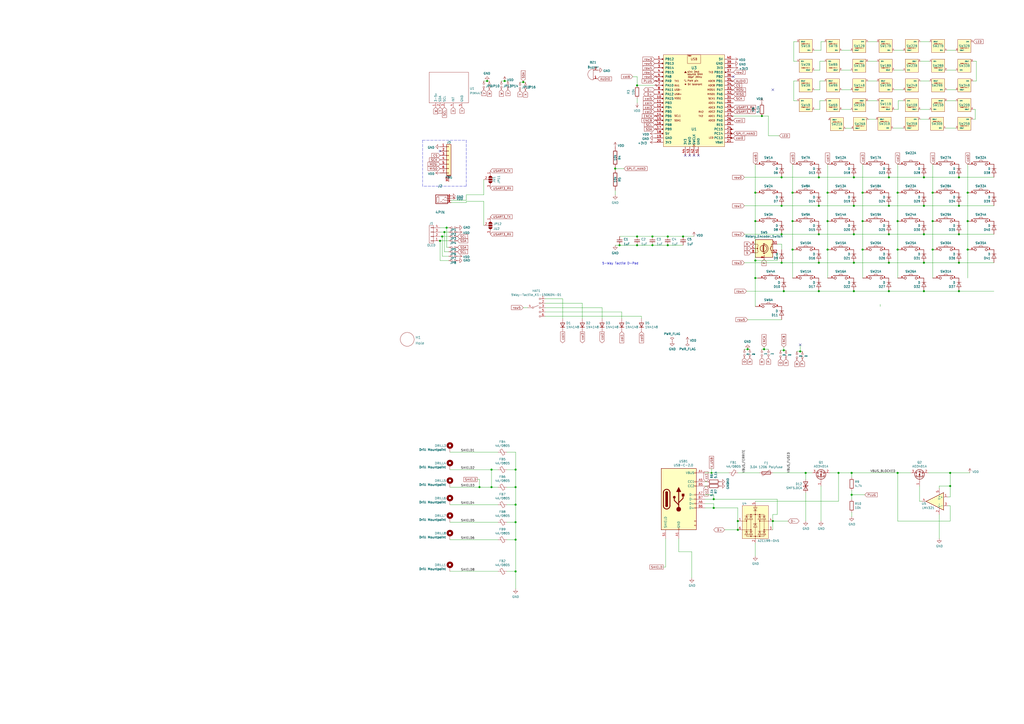
<source format=kicad_sch>
(kicad_sch (version 20210621) (generator eeschema)
  (paper "A2")
  (junction (at 255.27 139.7) (diameter 1.016))
  (junction (at 256.54 137.16) (diameter 1.016))
  (junction (at 257.81 134.62) (diameter 1.016))
  (junction (at 259.08 132.08) (diameter 1.016))
  (junction (at 278.13 282.575) (diameter 1.016))
  (junction (at 282.575 46.99) (diameter 1.016))
  (junction (at 285.115 272.415) (diameter 1.016))
  (junction (at 285.115 282.575) (diameter 1.016))
  (junction (at 292.735 46.99) (diameter 1.016))
  (junction (at 299.085 272.415) (diameter 1.016))
  (junction (at 299.085 282.575) (diameter 1.016))
  (junction (at 299.085 292.735) (diameter 1.016))
  (junction (at 299.085 302.895) (diameter 1.016))
  (junction (at 299.085 313.055) (diameter 1.016))
  (junction (at 299.085 331.47) (diameter 1.016))
  (junction (at 303.53 47.625) (diameter 1.016))
  (junction (at 356.87 97.79) (diameter 1.016))
  (junction (at 359.41 142.24) (diameter 1.016))
  (junction (at 369.57 49.53) (diameter 1.016))
  (junction (at 369.57 137.16) (diameter 1.016))
  (junction (at 369.57 142.24) (diameter 1.016))
  (junction (at 378.46 137.16) (diameter 1.016))
  (junction (at 378.46 142.24) (diameter 1.016))
  (junction (at 387.35 137.16) (diameter 1.016))
  (junction (at 387.35 142.24) (diameter 1.016))
  (junction (at 396.24 137.16) (diameter 1.016))
  (junction (at 412.75 274.32) (diameter 0.9144))
  (junction (at 414.02 289.56) (diameter 1.016))
  (junction (at 414.02 294.64) (diameter 1.016))
  (junction (at 427.99 302.26) (diameter 1.016))
  (junction (at 427.99 307.34) (diameter 1.016))
  (junction (at 433.705 202.565) (diameter 1.016))
  (junction (at 438.15 111.76) (diameter 1.016))
  (junction (at 438.15 128.27) (diameter 1.016))
  (junction (at 438.15 151.13) (diameter 1.016))
  (junction (at 438.15 161.29) (diameter 1.016))
  (junction (at 441.96 67.31) (diameter 1.016))
  (junction (at 443.23 202.565) (diameter 1.016))
  (junction (at 448.31 302.26) (diameter 1.016))
  (junction (at 453.39 102.87) (diameter 1.016))
  (junction (at 453.39 119.38) (diameter 1.016))
  (junction (at 453.39 135.89) (diameter 1.016))
  (junction (at 453.39 152.4) (diameter 1.016))
  (junction (at 454.66 168.91) (diameter 1.016))
  (junction (at 454.66 203.2) (diameter 1.016))
  (junction (at 459.74 111.76) (diameter 1.016))
  (junction (at 459.74 128.27) (diameter 1.016))
  (junction (at 459.74 144.78) (diameter 1.016))
  (junction (at 464.185 203.835) (diameter 1.016))
  (junction (at 467.36 274.32) (diameter 1.016))
  (junction (at 474.98 102.87) (diameter 1.016))
  (junction (at 474.98 119.38) (diameter 1.016))
  (junction (at 474.98 135.89) (diameter 1.016))
  (junction (at 474.98 152.4) (diameter 1.016))
  (junction (at 474.98 168.91) (diameter 1.016))
  (junction (at 480.06 111.76) (diameter 1.016))
  (junction (at 480.06 128.27) (diameter 1.016))
  (junction (at 480.06 144.78) (diameter 1.016))
  (junction (at 486.41 274.32) (diameter 1.016))
  (junction (at 494.03 274.32) (diameter 1.016))
  (junction (at 494.03 287.02) (diameter 1.016))
  (junction (at 495.3 102.87) (diameter 1.016))
  (junction (at 495.3 119.38) (diameter 1.016))
  (junction (at 495.3 135.89) (diameter 1.016))
  (junction (at 495.3 152.4) (diameter 1.016))
  (junction (at 495.3 168.91) (diameter 1.016))
  (junction (at 500.38 111.76) (diameter 1.016))
  (junction (at 500.38 128.27) (diameter 1.016))
  (junction (at 500.38 144.78) (diameter 1.016))
  (junction (at 515.62 102.87) (diameter 1.016))
  (junction (at 515.62 119.38) (diameter 1.016))
  (junction (at 515.62 135.89) (diameter 1.016))
  (junction (at 515.62 152.4) (diameter 1.016))
  (junction (at 515.62 168.91) (diameter 1.016))
  (junction (at 520.7 111.76) (diameter 1.016))
  (junction (at 520.7 128.27) (diameter 1.016))
  (junction (at 520.7 144.78) (diameter 1.016))
  (junction (at 520.7 274.32) (diameter 1.016))
  (junction (at 535.94 102.87) (diameter 1.016))
  (junction (at 535.94 119.38) (diameter 1.016))
  (junction (at 535.94 135.89) (diameter 1.016))
  (junction (at 535.94 152.4) (diameter 1.016))
  (junction (at 535.94 168.91) (diameter 1.016))
  (junction (at 541.02 111.76) (diameter 1.016))
  (junction (at 541.02 128.27) (diameter 1.016))
  (junction (at 541.02 144.78) (diameter 1.016))
  (junction (at 551.18 274.32) (diameter 1.016))
  (junction (at 551.18 281.94) (diameter 1.016))
  (junction (at 556.26 102.87) (diameter 1.016))
  (junction (at 556.26 119.38) (diameter 1.016))
  (junction (at 556.26 135.89) (diameter 1.016))
  (junction (at 556.26 152.4) (diameter 1.016))
  (junction (at 556.26 168.91) (diameter 1.016))
  (junction (at 561.34 111.76) (diameter 1.016))
  (junction (at 561.34 128.27) (diameter 1.016))
  (junction (at 561.34 144.78) (diameter 1.016))
  (no_connect (at 255.27 87.63))
  (no_connect (at 397.51 90.17))
  (no_connect (at 400.05 90.17))
  (no_connect (at 402.59 90.17))
  (no_connect (at 405.13 90.17))
  (no_connect (at 425.45 44.45))
  (no_connect (at 448.31 52.07))
  (no_connect (at 464.185 200.025))
  (wire (pts (xy 255.27 132.08) (xy 259.08 132.08)))
  (wire (pts (xy 255.27 134.62) (xy 257.81 134.62)))
  (wire (pts (xy 255.27 137.16) (xy 256.54 137.16)))
  (wire (pts (xy 255.27 139.7) (xy 255.27 151.13)))
  (wire (pts (xy 255.27 151.13) (xy 260.35 151.13)))
  (wire (pts (xy 256.54 137.16) (xy 256.54 148.59)))
  (wire (pts (xy 256.54 137.16) (xy 260.35 137.16)))
  (wire (pts (xy 256.54 148.59) (xy 260.35 148.59)))
  (wire (pts (xy 257.81 134.62) (xy 257.81 146.05)))
  (wire (pts (xy 257.81 134.62) (xy 260.35 134.62)))
  (wire (pts (xy 257.81 146.05) (xy 260.35 146.05)))
  (wire (pts (xy 259.08 132.08) (xy 259.08 143.51)))
  (wire (pts (xy 259.08 132.08) (xy 260.35 132.08)))
  (wire (pts (xy 259.08 143.51) (xy 260.35 143.51)))
  (wire (pts (xy 260.35 139.7) (xy 255.27 139.7)))
  (wire (pts (xy 260.985 262.255) (xy 288.925 262.255)))
  (wire (pts (xy 260.985 272.415) (xy 285.115 272.415)))
  (wire (pts (xy 260.985 282.575) (xy 278.13 282.575)))
  (wire (pts (xy 260.985 292.735) (xy 288.925 292.735)))
  (wire (pts (xy 260.985 302.895) (xy 288.925 302.895)))
  (wire (pts (xy 260.985 313.055) (xy 288.925 313.055)))
  (wire (pts (xy 260.985 331.47) (xy 288.925 331.47)))
  (wire (pts (xy 261.62 117.475) (xy 270.51 117.475)))
  (wire (pts (xy 270.51 113.03) (xy 270.51 116.205)))
  (wire (pts (xy 270.51 113.03) (xy 280.67 113.03)))
  (wire (pts (xy 270.51 116.205) (xy 261.62 116.205)))
  (wire (pts (xy 270.51 116.84) (xy 280.67 116.84)))
  (wire (pts (xy 270.51 117.475) (xy 270.51 116.84)))
  (wire (pts (xy 276.86 278.13) (xy 278.13 278.13)))
  (wire (pts (xy 278.13 278.13) (xy 278.13 282.575)))
  (wire (pts (xy 278.13 282.575) (xy 285.115 282.575)))
  (wire (pts (xy 280.67 104.14) (xy 280.67 113.03)))
  (wire (pts (xy 280.67 116.84) (xy 280.67 130.81)))
  (wire (pts (xy 282.575 46.99) (xy 280.67 46.99)))
  (wire (pts (xy 283.845 46.99) (xy 282.575 46.99)))
  (wire (pts (xy 285.115 272.415) (xy 288.925 272.415)))
  (wire (pts (xy 285.115 282.575) (xy 285.115 272.415)))
  (wire (pts (xy 285.115 282.575) (xy 288.925 282.575)))
  (wire (pts (xy 290.83 46.99) (xy 292.735 46.99)))
  (wire (pts (xy 292.735 46.99) (xy 294.64 46.99)))
  (wire (pts (xy 294.005 262.255) (xy 299.085 262.255)))
  (wire (pts (xy 294.005 272.415) (xy 299.085 272.415)))
  (wire (pts (xy 294.005 282.575) (xy 299.085 282.575)))
  (wire (pts (xy 294.005 292.735) (xy 299.085 292.735)))
  (wire (pts (xy 294.005 302.895) (xy 299.085 302.895)))
  (wire (pts (xy 294.005 313.055) (xy 299.085 313.055)))
  (wire (pts (xy 294.005 331.47) (xy 299.085 331.47)))
  (wire (pts (xy 299.085 262.255) (xy 299.085 272.415)))
  (wire (pts (xy 299.085 272.415) (xy 299.085 282.575)))
  (wire (pts (xy 299.085 282.575) (xy 299.085 292.735)))
  (wire (pts (xy 299.085 292.735) (xy 299.085 302.895)))
  (wire (pts (xy 299.085 302.895) (xy 299.085 313.055)))
  (wire (pts (xy 299.085 313.055) (xy 299.085 331.47)))
  (wire (pts (xy 299.085 331.47) (xy 299.085 341.63)))
  (wire (pts (xy 303.53 46.99) (xy 303.53 47.625)))
  (wire (pts (xy 303.53 47.625) (xy 301.625 47.625)))
  (wire (pts (xy 304.8 47.625) (xy 303.53 47.625)))
  (wire (pts (xy 306.07 178.435) (xy 303.53 178.435)))
  (wire (pts (xy 316.23 173.355) (xy 326.39 173.355)))
  (wire (pts (xy 316.23 175.895) (xy 337.82 175.895)))
  (wire (pts (xy 316.23 178.435) (xy 349.25 178.435)))
  (wire (pts (xy 316.23 180.975) (xy 360.68 180.975)))
  (wire (pts (xy 316.23 183.515) (xy 372.11 183.515)))
  (wire (pts (xy 326.39 173.355) (xy 326.39 184.785)))
  (wire (pts (xy 337.82 175.895) (xy 337.82 184.785)))
  (wire (pts (xy 349.25 178.435) (xy 349.25 184.785)))
  (wire (pts (xy 356.87 110.49) (xy 356.87 113.03)))
  (wire (pts (xy 356.87 142.24) (xy 359.41 142.24)))
  (wire (pts (xy 359.41 137.16) (xy 369.57 137.16)))
  (wire (pts (xy 359.41 142.24) (xy 369.57 142.24)))
  (wire (pts (xy 360.68 180.975) (xy 360.68 184.785)))
  (wire (pts (xy 361.95 97.79) (xy 356.87 97.79)))
  (wire (pts (xy 367.03 44.45) (xy 369.57 44.45)))
  (wire (pts (xy 369.57 49.53) (xy 369.57 44.45)))
  (wire (pts (xy 369.57 49.53) (xy 379.73 49.53)))
  (wire (pts (xy 369.57 57.15) (xy 369.57 59.69)))
  (wire (pts (xy 369.57 137.16) (xy 378.46 137.16)))
  (wire (pts (xy 369.57 142.24) (xy 378.46 142.24)))
  (wire (pts (xy 372.11 183.515) (xy 372.11 184.785)))
  (wire (pts (xy 378.46 137.16) (xy 387.35 137.16)))
  (wire (pts (xy 378.46 142.24) (xy 387.35 142.24)))
  (wire (pts (xy 384.81 328.93) (xy 386.08 328.93)))
  (wire (pts (xy 386.08 312.42) (xy 386.08 328.93)))
  (wire (pts (xy 387.35 137.16) (xy 396.24 137.16)))
  (wire (pts (xy 387.35 142.24) (xy 396.24 142.24)))
  (wire (pts (xy 393.7 312.42) (xy 393.7 320.04)))
  (wire (pts (xy 393.7 320.04) (xy 401.32 320.04)))
  (wire (pts (xy 396.24 137.16) (xy 402.59 137.16)))
  (wire (pts (xy 401.32 320.04) (xy 401.32 335.28)))
  (wire (pts (xy 408.94 274.32) (xy 412.75 274.32)))
  (wire (pts (xy 408.94 279.4) (xy 410.21 279.4)))
  (wire (pts (xy 408.94 281.94) (xy 410.21 281.94)))
  (wire (pts (xy 408.94 287.02) (xy 414.02 287.02)))
  (wire (pts (xy 408.94 292.1) (xy 414.02 292.1)))
  (wire (pts (xy 412.75 271.78) (xy 412.75 274.32)))
  (wire (pts (xy 412.75 274.32) (xy 422.91 274.32)))
  (wire (pts (xy 414.02 287.02) (xy 414.02 289.56)))
  (wire (pts (xy 414.02 289.56) (xy 408.94 289.56)))
  (wire (pts (xy 414.02 289.56) (xy 450.85 289.56)))
  (wire (pts (xy 414.02 292.1) (xy 414.02 294.64)))
  (wire (pts (xy 414.02 294.64) (xy 408.94 294.64)))
  (wire (pts (xy 414.02 294.64) (xy 427.99 294.64)))
  (wire (pts (xy 420.37 307.34) (xy 427.99 307.34)))
  (wire (pts (xy 425.45 67.31) (xy 441.96 67.31)))
  (wire (pts (xy 427.99 274.32) (xy 440.69 274.32)))
  (wire (pts (xy 427.99 294.64) (xy 427.99 302.26)))
  (wire (pts (xy 427.99 302.26) (xy 427.99 307.34)))
  (wire (pts (xy 431.8 102.87) (xy 453.39 102.87)))
  (wire (pts (xy 431.8 119.38) (xy 453.39 119.38)))
  (wire (pts (xy 431.8 135.89) (xy 453.39 135.89)))
  (wire (pts (xy 431.8 152.4) (xy 453.39 152.4)))
  (wire (pts (xy 433.07 168.91) (xy 454.66 168.91)))
  (wire (pts (xy 433.705 185.42) (xy 453.39 185.42)))
  (wire (pts (xy 433.705 202.565) (xy 431.8 202.565)))
  (wire (pts (xy 434.975 202.565) (xy 433.705 202.565)))
  (wire (pts (xy 438.15 95.25) (xy 438.15 111.76)))
  (wire (pts (xy 438.15 111.76) (xy 438.15 128.27)))
  (wire (pts (xy 438.15 128.27) (xy 438.15 151.13)))
  (wire (pts (xy 438.15 151.13) (xy 438.15 161.29)))
  (wire (pts (xy 438.15 161.29) (xy 438.15 177.8)))
  (wire (pts (xy 438.15 161.29) (xy 439.42 161.29)))
  (wire (pts (xy 438.15 290.83) (xy 486.41 290.83)))
  (wire (pts (xy 438.15 314.96) (xy 438.15 322.58)))
  (wire (pts (xy 441.96 67.31) (xy 445.77 67.31)))
  (wire (pts (xy 441.96 202.565) (xy 443.23 202.565)))
  (wire (pts (xy 443.23 201.295) (xy 443.23 202.565)))
  (wire (pts (xy 443.23 202.565) (xy 445.77 202.565)))
  (wire (pts (xy 445.77 67.31) (xy 445.77 78.74)))
  (wire (pts (xy 445.77 78.74) (xy 452.12 78.74)))
  (wire (pts (xy 448.31 274.32) (xy 467.36 274.32)))
  (wire (pts (xy 448.31 298.45) (xy 448.31 302.26)))
  (wire (pts (xy 448.31 302.26) (xy 457.2 302.26)))
  (wire (pts (xy 448.31 307.34) (xy 448.31 302.26)))
  (wire (pts (xy 450.85 141.605) (xy 453.39 141.605)))
  (wire (pts (xy 450.85 146.685) (xy 450.85 151.13)))
  (wire (pts (xy 450.85 151.13) (xy 438.15 151.13)))
  (wire (pts (xy 450.85 289.56) (xy 450.85 298.45)))
  (wire (pts (xy 450.85 298.45) (xy 448.31 298.45)))
  (wire (pts (xy 453.39 102.87) (xy 474.98 102.87)))
  (wire (pts (xy 453.39 119.38) (xy 474.98 119.38)))
  (wire (pts (xy 453.39 141.605) (xy 453.39 144.78)))
  (wire (pts (xy 453.39 152.4) (xy 474.98 152.4)))
  (wire (pts (xy 454.66 168.91) (xy 474.98 168.91)))
  (wire (pts (xy 454.66 201.295) (xy 454.66 203.2)))
  (wire (pts (xy 454.66 203.2) (xy 452.755 203.2)))
  (wire (pts (xy 455.93 203.2) (xy 454.66 203.2)))
  (wire (pts (xy 459.74 95.25) (xy 459.74 111.76)))
  (wire (pts (xy 459.74 111.76) (xy 459.74 128.27)))
  (wire (pts (xy 459.74 128.27) (xy 459.74 144.78)))
  (wire (pts (xy 459.74 144.78) (xy 459.74 161.29)))
  (wire (pts (xy 460.375 24.13) (xy 462.28 24.13)))
  (wire (pts (xy 460.375 35.56) (xy 460.375 24.13)))
  (wire (pts (xy 460.375 46.99) (xy 462.28 46.99)))
  (wire (pts (xy 460.375 58.42) (xy 460.375 46.99)))
  (wire (pts (xy 462.28 35.56) (xy 460.375 35.56)))
  (wire (pts (xy 462.28 58.42) (xy 460.375 58.42)))
  (wire (pts (xy 464.185 200.025) (xy 464.185 203.835)))
  (wire (pts (xy 464.185 203.835) (xy 462.28 203.835)))
  (wire (pts (xy 465.455 203.835) (xy 464.185 203.835)))
  (wire (pts (xy 467.36 274.32) (xy 471.17 274.32)))
  (wire (pts (xy 467.36 278.13) (xy 467.36 274.32)))
  (wire (pts (xy 467.36 285.75) (xy 467.36 302.26)))
  (wire (pts (xy 472.44 29.21) (xy 476.25 29.21)))
  (wire (pts (xy 472.44 40.64) (xy 475.615 40.64)))
  (wire (pts (xy 472.44 52.07) (xy 475.615 52.07)))
  (wire (pts (xy 472.44 63.5) (xy 475.615 63.5)))
  (wire (pts (xy 474.98 135.89) (xy 453.39 135.89)))
  (wire (pts (xy 474.98 168.91) (xy 495.3 168.91)))
  (wire (pts (xy 475.615 35.56) (xy 478.155 35.56)))
  (wire (pts (xy 475.615 40.64) (xy 475.615 35.56)))
  (wire (pts (xy 475.615 46.99) (xy 475.615 52.07)))
  (wire (pts (xy 475.615 58.42) (xy 475.615 63.5)))
  (wire (pts (xy 476.25 24.13) (xy 478.155 24.13)))
  (wire (pts (xy 476.25 29.21) (xy 476.25 24.13)))
  (wire (pts (xy 476.25 281.94) (xy 476.25 302.26)))
  (wire (pts (xy 478.155 46.99) (xy 475.615 46.99)))
  (wire (pts (xy 478.155 58.42) (xy 475.615 58.42)))
  (wire (pts (xy 480.06 95.25) (xy 480.06 111.76)))
  (wire (pts (xy 480.06 111.76) (xy 480.06 128.27)))
  (wire (pts (xy 480.06 128.27) (xy 480.06 144.78)))
  (wire (pts (xy 480.06 144.78) (xy 480.06 161.29)))
  (wire (pts (xy 486.41 274.32) (xy 481.33 274.32)))
  (wire (pts (xy 486.41 274.32) (xy 494.03 274.32)))
  (wire (pts (xy 486.41 290.83) (xy 486.41 274.32)))
  (wire (pts (xy 488.315 29.21) (xy 493.395 29.21)))
  (wire (pts (xy 488.315 40.64) (xy 493.395 40.64)))
  (wire (pts (xy 488.315 52.07) (xy 493.395 52.07)))
  (wire (pts (xy 488.315 63.5) (xy 493.395 63.5)))
  (wire (pts (xy 490.601 74.422) (xy 490.601 74.549)))
  (wire (pts (xy 493.776 74.422) (xy 490.601 74.422)))
  (wire (pts (xy 494.03 274.32) (xy 520.7 274.32)))
  (wire (pts (xy 494.03 276.86) (xy 494.03 274.32)))
  (wire (pts (xy 494.03 284.48) (xy 494.03 287.02)))
  (wire (pts (xy 494.03 287.02) (xy 494.03 289.56)))
  (wire (pts (xy 494.03 297.18) (xy 494.03 299.72)))
  (wire (pts (xy 495.3 102.87) (xy 474.98 102.87)))
  (wire (pts (xy 495.3 102.87) (xy 515.62 102.87)))
  (wire (pts (xy 495.3 119.38) (xy 474.98 119.38)))
  (wire (pts (xy 495.3 119.38) (xy 515.62 119.38)))
  (wire (pts (xy 495.3 135.89) (xy 474.98 135.89)))
  (wire (pts (xy 495.3 135.89) (xy 515.62 135.89)))
  (wire (pts (xy 495.3 152.4) (xy 474.98 152.4)))
  (wire (pts (xy 495.3 152.4) (xy 515.62 152.4)))
  (wire (pts (xy 495.3 168.91) (xy 515.62 168.91)))
  (wire (pts (xy 500.38 95.25) (xy 500.38 111.76)))
  (wire (pts (xy 500.38 111.76) (xy 500.38 128.27)))
  (wire (pts (xy 500.38 128.27) (xy 500.38 144.78)))
  (wire (pts (xy 500.38 144.78) (xy 500.38 161.29)))
  (wire (pts (xy 501.65 287.02) (xy 494.03 287.02)))
  (wire (pts (xy 503.555 24.13) (xy 508.635 24.13)))
  (wire (pts (xy 503.555 35.56) (xy 508.635 35.56)))
  (wire (pts (xy 503.555 46.99) (xy 508.635 46.99)))
  (wire (pts (xy 503.555 58.42) (xy 508.635 58.42)))
  (wire (pts (xy 503.936 69.215) (xy 503.936 69.342)))
  (wire (pts (xy 508 69.215) (xy 503.936 69.215)))
  (wire (pts (xy 510.54 177.8) (xy 510.54 176.53)))
  (wire (pts (xy 515.62 102.87) (xy 535.94 102.87)))
  (wire (pts (xy 515.62 119.38) (xy 535.94 119.38)))
  (wire (pts (xy 515.62 135.89) (xy 535.94 135.89)))
  (wire (pts (xy 515.62 152.4) (xy 535.94 152.4)))
  (wire (pts (xy 515.62 168.91) (xy 535.94 168.91)))
  (wire (pts (xy 518.16 74.295) (xy 523.875 74.295)))
  (wire (pts (xy 518.795 29.21) (xy 523.875 29.21)))
  (wire (pts (xy 518.795 40.64) (xy 523.875 40.64)))
  (wire (pts (xy 518.795 52.07) (xy 523.875 52.07)))
  (wire (pts (xy 520.7 95.25) (xy 520.7 111.76)))
  (wire (pts (xy 520.7 111.76) (xy 520.7 128.27)))
  (wire (pts (xy 520.7 128.27) (xy 520.7 144.78)))
  (wire (pts (xy 520.7 144.78) (xy 520.7 161.29)))
  (wire (pts (xy 520.7 274.32) (xy 528.32 274.32)))
  (wire (pts (xy 520.7 302.26) (xy 520.7 274.32)))
  (wire (pts (xy 521.081 58.42) (xy 521.081 63.5)))
  (wire (pts (xy 521.081 63.5) (xy 518.795 63.5)))
  (wire (pts (xy 523.875 58.42) (xy 521.081 58.42)))
  (wire (pts (xy 533.4 281.94) (xy 533.4 290.83)))
  (wire (pts (xy 533.4 290.83) (xy 534.67 290.83)))
  (wire (pts (xy 534.035 24.13) (xy 539.115 24.13)))
  (wire (pts (xy 534.035 35.56) (xy 539.115 35.56)))
  (wire (pts (xy 534.035 46.99) (xy 539.115 46.99)))
  (wire (pts (xy 534.035 63.5) (xy 539.115 63.5)))
  (wire (pts (xy 534.035 69.215) (xy 538.48 69.215)))
  (wire (pts (xy 535.94 119.38) (xy 556.26 119.38)))
  (wire (pts (xy 535.94 135.89) (xy 556.26 135.89)))
  (wire (pts (xy 535.94 152.4) (xy 556.26 152.4)))
  (wire (pts (xy 535.94 168.91) (xy 556.26 168.91)))
  (wire (pts (xy 538.48 274.32) (xy 551.18 274.32)))
  (wire (pts (xy 541.02 95.25) (xy 541.02 111.76)))
  (wire (pts (xy 541.02 111.76) (xy 541.02 128.27)))
  (wire (pts (xy 541.02 144.78) (xy 541.02 128.27)))
  (wire (pts (xy 541.02 144.78) (xy 541.02 161.29)))
  (wire (pts (xy 544.83 281.94) (xy 551.18 281.94)))
  (wire (pts (xy 544.83 283.21) (xy 544.83 281.94)))
  (wire (pts (xy 544.83 298.45) (xy 544.83 312.42)))
  (wire (pts (xy 548.64 74.295) (xy 554.355 74.295)))
  (wire (pts (xy 549.275 29.21) (xy 554.355 29.21)))
  (wire (pts (xy 549.275 40.64) (xy 554.355 40.64)))
  (wire (pts (xy 549.275 52.07) (xy 554.355 52.07)))
  (wire (pts (xy 549.275 58.42) (xy 554.355 58.42)))
  (wire (pts (xy 549.91 293.37) (xy 551.18 293.37)))
  (wire (pts (xy 551.18 274.32) (xy 562.61 274.32)))
  (wire (pts (xy 551.18 281.94) (xy 551.18 274.32)))
  (wire (pts (xy 551.18 281.94) (xy 551.18 288.29)))
  (wire (pts (xy 551.18 288.29) (xy 549.91 288.29)))
  (wire (pts (xy 551.18 293.37) (xy 551.18 302.26)))
  (wire (pts (xy 551.18 302.26) (xy 520.7 302.26)))
  (wire (pts (xy 556.26 102.87) (xy 535.94 102.87)))
  (wire (pts (xy 556.26 102.87) (xy 576.58 102.87)))
  (wire (pts (xy 556.26 119.38) (xy 576.58 119.38)))
  (wire (pts (xy 556.26 135.89) (xy 576.58 135.89)))
  (wire (pts (xy 556.26 152.4) (xy 576.58 152.4)))
  (wire (pts (xy 556.26 168.91) (xy 576.58 168.91)))
  (wire (pts (xy 561.34 111.76) (xy 561.34 95.25)))
  (wire (pts (xy 561.34 128.27) (xy 561.34 111.76)))
  (wire (pts (xy 561.34 128.27) (xy 561.34 144.78)))
  (wire (pts (xy 561.34 144.78) (xy 561.34 161.29)))
  (wire (pts (xy 564.515 46.99) (xy 566.42 46.99)))
  (wire (pts (xy 564.515 63.5) (xy 565.785 63.5)))
  (wire (pts (xy 565.785 63.5) (xy 565.785 69.215)))
  (wire (pts (xy 565.785 69.215) (xy 564.515 69.215)))
  (wire (pts (xy 566.42 35.56) (xy 564.515 35.56)))
  (wire (pts (xy 566.42 46.99) (xy 566.42 35.56)))
  (polyline (pts (xy 245.11 81.28) (xy 245.11 107.95)) (stroke (width 0) (type dash)))
  (polyline (pts (xy 245.11 81.28) (xy 270.51 81.28)) (stroke (width 0) (type dash)))
  (polyline (pts (xy 270.51 81.28) (xy 270.51 107.95)) (stroke (width 0) (type dash)))
  (polyline (pts (xy 270.51 107.95) (xy 245.11 107.95)) (stroke (width 0) (type dash)))
  (text "5-Way Tactile D-Pad" (at 349.25 153.67 0) (effects (font (size 1.27 1.27)) (justify left bottom)))
  (label "SHIELD1" (at 267.335 262.255 0))
  (label "SHIELD2" (at 267.335 272.415 0))
  (label "SHIELD3" (at 267.335 282.575 0))
  (label "SHIELD4" (at 267.335 292.735 0))
  (label "SHIELD5" (at 267.335 302.895 0))
  (label "SHIELD6" (at 267.335 313.055 0))
  (label "SHIELD8" (at 267.335 331.47 0))
  (label "VBUS_FERRITE" (at 432.435 274.32 90))
  (label "VBUS_FUSED" (at 458.47 274.32 90))
  (label "VBUS_BLOCKED" (at 504.825 274.32 0))
  (global_label "W" (shape input) (at 252.73 62.23 270) (property "Intersheet References" "${INTERSHEET_REFS}" (effects hide)))
  (global_label "Y" (shape input) (at 255.27 62.23 270) (property "Intersheet References" "${INTERSHEET_REFS}" (effects hide)))
  (global_label "CS" (shape input) (at 255.27 90.17 180) (property "Intersheet References" "${INTERSHEET_REFS}" (effects hide)))
  (global_label "SCK" (shape input) (at 255.27 92.71 180) (property "Intersheet References" "${INTERSHEET_REFS}" (effects hide)))
  (global_label "MOSI" (shape input) (at 255.27 95.25 180) (property "Intersheet References" "${INTERSHEET_REFS}" (effects hide)))
  (global_label "MISO" (shape input) (at 255.27 97.79 180) (property "Intersheet References" "${INTERSHEET_REFS}" (effects hide)))
  (global_label "SCL" (shape input) (at 257.81 62.23 270) (property "Intersheet References" "${INTERSHEET_REFS}" (effects hide)))
  (global_label "X" (shape input) (at 262.89 62.23 270) (property "Intersheet References" "${INTERSHEET_REFS}" (effects hide)))
  (global_label "SCL" (shape input) (at 265.43 137.16 0) (property "Intersheet References" "${INTERSHEET_REFS}" (effects hide)))
  (global_label "SDA" (shape input) (at 265.43 139.7 0) (property "Intersheet References" "${INTERSHEET_REFS}" (effects hide)))
  (global_label "SDA" (shape input) (at 265.43 143.51 0) (property "Intersheet References" "${INTERSHEET_REFS}" (effects hide)))
  (global_label "SCL" (shape input) (at 265.43 146.05 0) (property "Intersheet References" "${INTERSHEET_REFS}" (effects hide)))
  (global_label "V" (shape input) (at 267.97 62.23 270) (property "Intersheet References" "${INTERSHEET_REFS}" (effects hide)))
  (global_label "SHIELD" (shape passive) (at 276.86 278.13 180) (property "Intersheet References" "${INTERSHEET_REFS}" (effects hide)))
  (global_label "V" (shape input) (at 280.67 52.07 270) (property "Intersheet References" "${INTERSHEET_REFS}" (effects hide)))
  (global_label "W" (shape input) (at 283.845 52.07 270) (property "Intersheet References" "${INTERSHEET_REFS}" (effects hide)))
  (global_label "USART3_TX" (shape input) (at 284.48 99.06 0) (property "Intersheet References" "${INTERSHEET_REFS}" (effects hide)))
  (global_label "USART3_RX" (shape input) (at 284.48 109.22 0) (property "Intersheet References" "${INTERSHEET_REFS}" (effects hide)))
  (global_label "USART3_TX" (shape input) (at 284.48 125.73 0) (property "Intersheet References" "${INTERSHEET_REFS}" (effects hide)))
  (global_label "USART3_RX" (shape input) (at 284.48 135.89 0) (property "Intersheet References" "${INTERSHEET_REFS}" (effects hide)))
  (global_label "W" (shape input) (at 290.83 52.07 270) (property "Intersheet References" "${INTERSHEET_REFS}" (effects hide)))
  (global_label "V" (shape input) (at 294.64 52.07 270) (property "Intersheet References" "${INTERSHEET_REFS}" (effects hide)))
  (global_label "Y" (shape input) (at 301.625 52.705 270) (property "Intersheet References" "${INTERSHEET_REFS}" (effects hide)))
  (global_label "SDA" (shape input) (at 303.53 46.99 90) (property "Intersheet References" "${INTERSHEET_REFS}" (effects hide)))
  (global_label "row5" (shape input) (at 303.53 178.435 180) (property "Intersheet References" "${INTERSHEET_REFS}" (effects hide)))
  (global_label "X" (shape input) (at 304.8 52.705 270) (property "Intersheet References" "${INTERSHEET_REFS}" (effects hide)))
  (global_label "col4" (shape output) (at 326.39 192.405 270) (property "Intersheet References" "${INTERSHEET_REFS}" (effects hide)))
  (global_label "col3" (shape output) (at 337.82 192.405 270) (property "Intersheet References" "${INTERSHEET_REFS}" (effects hide)))
  (global_label "AUDIO" (shape input) (at 346.71 45.72 0) (property "Intersheet References" "${INTERSHEET_REFS}" (effects hide)))
  (global_label "col2" (shape output) (at 349.25 192.405 270) (property "Intersheet References" "${INTERSHEET_REFS}" (effects hide)))
  (global_label "col1" (shape input) (at 360.68 192.405 270) (property "Intersheet References" "${INTERSHEET_REFS}" (effects hide)))
  (global_label "SPLIT_HAND" (shape input) (at 361.95 97.79 0) (property "Intersheet References" "${INTERSHEET_REFS}" (effects hide)))
  (global_label "col6" (shape input) (at 367.03 44.45 180) (property "Intersheet References" "${INTERSHEET_REFS}" (effects hide)))
  (global_label "col0" (shape input) (at 372.11 192.405 270) (property "Intersheet References" "${INTERSHEET_REFS}" (effects hide)))
  (global_label "row3" (shape input) (at 379.73 34.29 180) (property "Intersheet References" "${INTERSHEET_REFS}" (effects hide)))
  (global_label "row5" (shape input) (at 379.73 36.83 180) (property "Intersheet References" "${INTERSHEET_REFS}" (effects hide)))
  (global_label "row4" (shape input) (at 379.73 39.37 180) (property "Intersheet References" "${INTERSHEET_REFS}" (effects hide)))
  (global_label "row1" (shape input) (at 379.73 41.91 180) (property "Intersheet References" "${INTERSHEET_REFS}" (effects hide)))
  (global_label "row0" (shape input) (at 379.73 44.45 180) (property "Intersheet References" "${INTERSHEET_REFS}" (effects hide)))
  (global_label "PLUG" (shape input) (at 379.73 46.99 180) (property "Intersheet References" "${INTERSHEET_REFS}" (effects hide)))
  (global_label "D-" (shape bidirectional) (at 379.73 52.07 180) (property "Intersheet References" "${INTERSHEET_REFS}" (effects hide)))
  (global_label "D+" (shape bidirectional) (at 379.73 54.61 180) (property "Intersheet References" "${INTERSHEET_REFS}" (effects hide)))
  (global_label "col5" (shape input) (at 379.73 57.15 180) (property "Intersheet References" "${INTERSHEET_REFS}" (effects hide)))
  (global_label "col4" (shape input) (at 379.73 59.69 180) (property "Intersheet References" "${INTERSHEET_REFS}" (effects hide)))
  (global_label "col3" (shape input) (at 379.73 62.23 180) (property "Intersheet References" "${INTERSHEET_REFS}" (effects hide)))
  (global_label "col2" (shape input) (at 379.73 64.77 180) (property "Intersheet References" "${INTERSHEET_REFS}" (effects hide)))
  (global_label "ENCA" (shape input) (at 379.73 67.31 180) (property "Intersheet References" "${INTERSHEET_REFS}" (effects hide)))
  (global_label "ENCB" (shape input) (at 379.73 69.85 180) (property "Intersheet References" "${INTERSHEET_REFS}" (effects hide)))
  (global_label "SCL" (shape input) (at 379.73 72.39 180) (property "Intersheet References" "${INTERSHEET_REFS}" (effects hide)))
  (global_label "SDA" (shape input) (at 379.73 74.93 180) (property "Intersheet References" "${INTERSHEET_REFS}" (effects hide)))
  (global_label "SHIELD" (shape passive) (at 384.81 328.93 180) (property "Intersheet References" "${INTERSHEET_REFS}" (effects hide)))
  (global_label "cc1" (shape input) (at 409.575 279.4 90) (property "Intersheet References" "${INTERSHEET_REFS}" (effects hide)))
  (global_label "cc2" (shape input) (at 409.575 281.94 270) (property "Intersheet References" "${INTERSHEET_REFS}" (effects hide)))
  (global_label "V_USB" (shape passive) (at 412.75 271.78 90) (property "Intersheet References" "${INTERSHEET_REFS}" (effects hide)))
  (global_label "D+" (shape bidirectional) (at 420.37 307.34 180) (property "Intersheet References" "${INTERSHEET_REFS}" (effects hide)))
  (global_label "row2" (shape input) (at 425.45 41.91 0) (property "Intersheet References" "${INTERSHEET_REFS}" (effects hide)))
  (global_label "AUDIO" (shape input) (at 425.45 46.99 0) (property "Intersheet References" "${INTERSHEET_REFS}" (effects hide)))
  (global_label "CS" (shape input) (at 425.45 49.53 0) (property "Intersheet References" "${INTERSHEET_REFS}" (effects hide)))
  (global_label "MOSI" (shape input) (at 425.45 52.07 0) (property "Intersheet References" "${INTERSHEET_REFS}" (effects hide)))
  (global_label "MISO" (shape input) (at 425.45 54.61 0) (property "Intersheet References" "${INTERSHEET_REFS}" (effects hide)))
  (global_label "SCK" (shape input) (at 425.45 57.15 0) (property "Intersheet References" "${INTERSHEET_REFS}" (effects hide)))
  (global_label "USART3_RX" (shape input) (at 425.45 62.23 0) (property "Intersheet References" "${INTERSHEET_REFS}" (effects hide)))
  (global_label "USART3_TX" (shape input) (at 425.45 64.77 0) (property "Intersheet References" "${INTERSHEET_REFS}" (effects hide)))
  (global_label "col1" (shape input) (at 425.45 69.85 0) (property "Intersheet References" "${INTERSHEET_REFS}" (effects hide)))
  (global_label "SPLIT_HAND" (shape input) (at 425.45 77.47 0) (property "Intersheet References" "${INTERSHEET_REFS}" (effects hide)))
  (global_label "col0" (shape input) (at 425.45 80.01 0) (property "Intersheet References" "${INTERSHEET_REFS}" (effects hide)))
  (global_label "row0" (shape input) (at 431.8 102.87 180) (property "Intersheet References" "${INTERSHEET_REFS}" (effects hide)))
  (global_label "row1" (shape input) (at 431.8 119.38 180) (property "Intersheet References" "${INTERSHEET_REFS}" (effects hide)))
  (global_label "row2" (shape input) (at 431.8 135.89 180) (property "Intersheet References" "${INTERSHEET_REFS}" (effects hide)))
  (global_label "row3" (shape input) (at 431.8 152.4 180) (property "Intersheet References" "${INTERSHEET_REFS}" (effects hide)))
  (global_label "O" (shape input) (at 431.8 207.645 270) (property "Intersheet References" "${INTERSHEET_REFS}" (effects hide)))
  (global_label "row4" (shape input) (at 433.07 168.91 180) (property "Intersheet References" "${INTERSHEET_REFS}" (effects hide)))
  (global_label "row5" (shape input) (at 433.705 185.42 180) (property "Intersheet References" "${INTERSHEET_REFS}" (effects hide)))
  (global_label "N" (shape input) (at 434.975 207.645 270) (property "Intersheet References" "${INTERSHEET_REFS}" (effects hide)))
  (global_label "M" (shape input) (at 435.61 141.605 180) (property "Intersheet References" "${INTERSHEET_REFS}" (effects hide)))
  (global_label "O" (shape input) (at 435.61 144.145 180) (property "Intersheet References" "${INTERSHEET_REFS}" (effects hide)))
  (global_label "N" (shape input) (at 435.61 146.685 180) (property "Intersheet References" "${INTERSHEET_REFS}" (effects hide)))
  (global_label "col6" (shape input) (at 438.15 95.25 90) (property "Intersheet References" "${INTERSHEET_REFS}" (effects hide)))
  (global_label "M" (shape input) (at 441.96 207.645 270) (property "Intersheet References" "${INTERSHEET_REFS}" (effects hide)))
  (global_label "P" (shape input) (at 443.23 150.495 270) (property "Intersheet References" "${INTERSHEET_REFS}" (effects hide)))
  (global_label "ENCA" (shape input) (at 443.23 201.295 90) (property "Intersheet References" "${INTERSHEET_REFS}" (effects hide)))
  (global_label "P" (shape input) (at 445.77 207.645 270) (property "Intersheet References" "${INTERSHEET_REFS}" (effects hide)))
  (global_label "LED" (shape input) (at 452.12 78.74 0) (property "Intersheet References" "${INTERSHEET_REFS}" (effects hide)))
  (global_label "O" (shape input) (at 452.755 208.28 270) (property "Intersheet References" "${INTERSHEET_REFS}" (effects hide)))
  (global_label "ENCB" (shape input) (at 454.66 201.295 90) (property "Intersheet References" "${INTERSHEET_REFS}" (effects hide)))
  (global_label "N" (shape input) (at 455.93 208.28 270) (property "Intersheet References" "${INTERSHEET_REFS}" (effects hide)))
  (global_label "D-" (shape bidirectional) (at 457.2 302.26 0) (property "Intersheet References" "${INTERSHEET_REFS}" (effects hide)))
  (global_label "col5" (shape input) (at 459.74 95.25 90) (property "Intersheet References" "${INTERSHEET_REFS}" (effects hide)))
  (global_label "M" (shape input) (at 462.28 208.915 270) (property "Intersheet References" "${INTERSHEET_REFS}" (effects hide)))
  (global_label "P" (shape input) (at 465.455 208.915 270) (property "Intersheet References" "${INTERSHEET_REFS}" (effects hide)))
  (global_label "col4" (shape input) (at 480.06 95.25 90) (property "Intersheet References" "${INTERSHEET_REFS}" (effects hide)))
  (global_label "col3" (shape input) (at 500.38 95.25 90) (property "Intersheet References" "${INTERSHEET_REFS}" (effects hide)))
  (global_label "PLUG" (shape input) (at 501.65 287.02 0) (property "Intersheet References" "${INTERSHEET_REFS}" (effects hide)))
  (global_label "col2" (shape input) (at 520.7 95.25 90) (property "Intersheet References" "${INTERSHEET_REFS}" (effects hide)))
  (global_label "col1" (shape input) (at 541.02 95.25 90) (property "Intersheet References" "${INTERSHEET_REFS}" (effects hide)))
  (global_label "col0" (shape input) (at 561.34 95.25 90) (property "Intersheet References" "${INTERSHEET_REFS}" (effects hide)))
  (global_label "LED" (shape input) (at 564.515 24.13 0) (property "Intersheet References" "${INTERSHEET_REFS}" (effects hide)))
  (symbol (lib_id "power:VDD") (at 255.27 100.33 90) (unit 1)
    (property "Reference" "#PWR02" (effects hide))
    (property "Value" "VCC" (at 252.0949 100.809 90) (effects (justify left)))
  )
  (symbol (lib_id "power:VDD") (at 261.62 114.935 270) (unit 1)
    (property "Reference" "#PWR013" (effects hide))
    (property "Value" "VCC" (at 264.7951 115.414 90) (effects (justify left)))
  )
  (symbol (lib_id "power:VDD") (at 265.43 134.62 270) (unit 1)
    (property "Reference" "#PWR07" (effects hide))
    (property "Value" "VDD" (at 268.6051 135.099 90) (effects (justify left)))
  )
  (symbol (lib_id "power:VDD") (at 265.43 148.59 270) (unit 1)
    (property "Reference" "#PWR08" (effects hide))
    (property "Value" "VDD" (at 268.6051 149.069 90) (effects (justify left)))
  )
  (symbol (lib_id "power:VDD") (at 292.735 46.99 0) (unit 1)
    (property "Reference" "#PWR016" (effects hide))
    (property "Value" "VCC" (at 294.1321 46.3895 0) (effects (justify left)))
  )
  (symbol (lib_id "power:VDD") (at 356.87 85.09 0) (unit 1)
    (property "Reference" "#PWR0104" (effects hide))
    (property "Value" "VCC" (at 358.2671 84.4895 0) (effects (justify left)))
  )
  (symbol (lib_id "power:VDD") (at 369.57 59.69 180) (unit 1)
    (property "Reference" "#PWR023" (effects hide))
    (property "Value" "VDD" (at 369.57 64.2526 0))
  )
  (symbol (lib_id "power:VDD") (at 379.73 77.47 90) (unit 1)
    (property "Reference" "#PWR024" (effects hide))
    (property "Value" "VCC" (at 376.5549 77.949 90) (effects (justify left)))
  )
  (symbol (lib_id "power:+3V3") (at 379.73 82.55 90) (unit 1)
    (property "Reference" "#PWR026" (effects hide))
    (property "Value" "+3V3" (at 375.2849 83.029 90) (effects (justify left)))
  )
  (symbol (lib_id "power:VDD") (at 398.78 198.12 0) (unit 1)
    (property "Reference" "#PWR030" (effects hide))
    (property "Value" "VCC" (at 400.1771 197.5195 0) (effects (justify left)))
  )
  (symbol (lib_id "power:VDD") (at 402.59 137.16 0) (unit 1)
    (property "Reference" "#PWR0103" (effects hide))
    (property "Value" "VCC" (at 403.9871 136.5595 0) (effects (justify left)))
  )
  (symbol (lib_id "power:VDD") (at 425.45 34.29 270) (unit 1)
    (property "Reference" "#PWR035" (effects hide))
    (property "Value" "VCC" (at 428.6251 34.769 90) (effects (justify left)))
  )
  (symbol (lib_id "power:+3V3") (at 425.45 39.37 270) (unit 1)
    (property "Reference" "#PWR037" (effects hide))
    (property "Value" "+3V3" (at 428.6251 39.849 90) (effects (justify left)))
  )
  (symbol (lib_id "power:VDD") (at 441.96 59.69 0) (unit 1)
    (property "Reference" "#PWR040" (effects hide))
    (property "Value" "VCC" (at 440.69 57.3554 0))
  )
  (symbol (lib_id "power:VDD") (at 562.61 274.32 0) (unit 1)
    (property "Reference" "#PWR0102" (effects hide))
    (property "Value" "VCC" (at 564.0071 273.7195 0) (effects (justify left)))
  )
  (symbol (lib_id "SofleKeyboard-rescue:PWR_FLAG-Lily58-cache-Lily58_Pro-rescue") (at 389.89 198.12 0) (unit 1)
    (property "Reference" "#FLG01" (effects hide))
    (property "Value" "PWR_FLAG" (at 389.89 193.7004 0))
  )
  (symbol (lib_id "SofleKeyboard-rescue:PWR_FLAG-Lily58-cache-Lily58_Pro-rescue") (at 398.78 198.12 180) (unit 1)
    (property "Reference" "#FLG02" (effects hide))
    (property "Value" "PWR_FLAG" (at 398.78 202.5142 0))
  )
  (symbol (lib_id "SofleKeyboard-rescue:Jumper_NO_Small-Device") (at 262.89 132.08 0) (unit 1)
    (property "Reference" "JP1" (at 262.89 133.35 0))
    (property "Value" "Jumper_NO_Small" (effects hide))
    (property "Footprint" "Jumper:SolderJumper-2_P1.3mm_Open_Pad1.0x1.5mm" (effects hide))
  )
  (symbol (lib_id "SofleKeyboard-rescue:Jumper_NO_Small-Device") (at 262.89 134.62 0) (unit 1)
    (property "Reference" "JP2" (at 262.89 135.89 0))
    (property "Value" "Jumper_NO_Small" (effects hide))
    (property "Footprint" "Jumper:SolderJumper-2_P1.3mm_Open_Pad1.0x1.5mm" (effects hide))
  )
  (symbol (lib_id "SofleKeyboard-rescue:Jumper_NO_Small-Device") (at 262.89 137.16 0) (unit 1)
    (property "Reference" "JP3" (at 262.89 138.43 0))
    (property "Value" "Jumper_NO_Small" (effects hide))
    (property "Footprint" "Jumper:SolderJumper-2_P1.3mm_Open_Pad1.0x1.5mm" (effects hide))
  )
  (symbol (lib_id "SofleKeyboard-rescue:Jumper_NO_Small-Device") (at 262.89 139.7 0) (unit 1)
    (property "Reference" "JP4" (at 262.89 140.97 0))
    (property "Value" "Jumper_NO_Small" (effects hide))
    (property "Footprint" "Jumper:SolderJumper-2_P1.3mm_Open_Pad1.0x1.5mm" (effects hide))
  )
  (symbol (lib_id "SofleKeyboard-rescue:Jumper_NO_Small-Device") (at 262.89 143.51 0) (unit 1)
    (property "Reference" "JP5" (at 262.89 144.78 0))
    (property "Value" "Jumper_NO_Small" (effects hide))
    (property "Footprint" "Jumper:SolderJumper-2_P1.3mm_Open_Pad1.0x1.5mm" (effects hide))
  )
  (symbol (lib_id "SofleKeyboard-rescue:Jumper_NO_Small-Device") (at 262.89 146.05 0) (unit 1)
    (property "Reference" "JP6" (at 262.89 147.32 0))
    (property "Value" "Jumper_NO_Small" (effects hide))
    (property "Footprint" "Jumper:SolderJumper-2_P1.3mm_Open_Pad1.0x1.5mm" (effects hide))
  )
  (symbol (lib_id "SofleKeyboard-rescue:Jumper_NO_Small-Device") (at 262.89 148.59 0) (unit 1)
    (property "Reference" "JP7" (at 262.89 149.86 0))
    (property "Value" "Jumper_NO_Small" (effects hide))
    (property "Footprint" "Jumper:SolderJumper-2_P1.3mm_Open_Pad1.0x1.5mm" (effects hide))
  )
  (symbol (lib_id "SofleKeyboard-rescue:Jumper_NO_Small-Device") (at 262.89 151.13 0) (unit 1)
    (property "Reference" "JP8" (at 262.89 152.4 0))
    (property "Value" "Jumper_NO_Small" (effects hide))
    (property "Footprint" "Jumper:SolderJumper-2_P1.3mm_Open_Pad1.0x1.5mm" (effects hide))
  )
  (symbol (lib_id "Device:Jumper_NO_Small") (at 280.67 49.53 90) (unit 1)
    (property "Reference" "JP9" (at 281.8131 49.9185 90) (effects (justify right)))
    (property "Value" "Jumper_NO_Small" (effects hide))
    (property "Footprint" "Jumper:SolderJumper-2_P1.3mm_Open_Pad1.0x1.5mm" (effects hide))
  )
  (symbol (lib_id "Device:Jumper_NO_Small") (at 283.845 49.53 90) (unit 1)
    (property "Reference" "JP10" (at 284.9881 49.9185 90) (effects (justify right)))
    (property "Value" "Jumper_NO_Small" (effects hide))
    (property "Footprint" "Jumper:SolderJumper-2_P1.3mm_Open_Pad1.0x1.5mm" (effects hide))
  )
  (symbol (lib_id "Device:Jumper_NO_Small") (at 290.83 49.53 90) (unit 1)
    (property "Reference" "JP13" (at 291.9731 49.9185 90) (effects (justify right)))
    (property "Value" "Jumper_NO_Small" (effects hide))
    (property "Footprint" "Jumper:SolderJumper-2_P1.3mm_Open_Pad1.0x1.5mm" (effects hide))
  )
  (symbol (lib_id "Device:Jumper_NO_Small") (at 294.64 49.53 90) (unit 1)
    (property "Reference" "JP14" (at 295.7831 49.9185 90) (effects (justify right)))
    (property "Value" "Jumper_NO_Small" (effects hide))
    (property "Footprint" "Jumper:SolderJumper-2_P1.3mm_Open_Pad1.0x1.5mm" (effects hide))
  )
  (symbol (lib_id "Device:Jumper_NO_Small") (at 301.625 50.165 90) (unit 1)
    (property "Reference" "JP15" (at 302.7681 50.5535 90) (effects (justify right)))
    (property "Value" "Jumper_NO_Small" (effects hide))
    (property "Footprint" "Jumper:SolderJumper-2_P1.3mm_Open_Pad1.0x1.5mm" (effects hide))
  )
  (symbol (lib_id "Device:Jumper_NO_Small") (at 304.8 50.165 90) (unit 1)
    (property "Reference" "JP16" (at 305.9431 50.5535 90) (effects (justify right)))
    (property "Value" "Jumper_NO_Small" (effects hide))
    (property "Footprint" "Jumper:SolderJumper-2_P1.3mm_Open_Pad1.0x1.5mm" (effects hide))
  )
  (symbol (lib_id "Device:Jumper_NO_Small") (at 431.8 205.105 90) (unit 1)
    (property "Reference" "JP17" (at 432.9431 205.4935 90) (effects (font (size 0.5 0.5)) (justify right)))
    (property "Value" "Jumper_NO_Small" (effects hide))
    (property "Footprint" "Jumper:SolderJumper-2_P1.3mm_Open_Pad1.0x1.5mm" (effects hide))
  )
  (symbol (lib_id "Device:Jumper_NO_Small") (at 434.975 205.105 90) (unit 1)
    (property "Reference" "JP18" (at 436.1181 205.4935 90) (effects (font (size 0.5 0.5)) (justify right)))
    (property "Value" "Jumper_NO_Small" (effects hide))
    (property "Footprint" "Jumper:SolderJumper-2_P1.3mm_Open_Pad1.0x1.5mm" (effects hide))
  )
  (symbol (lib_id "Device:Jumper_NO_Small") (at 441.96 205.105 90) (unit 1)
    (property "Reference" "JP19" (at 443.1031 205.2936 90) (effects (font (size 0.5 0.5)) (justify right)))
    (property "Value" "Jumper_NO_Small" (effects hide))
    (property "Footprint" "Jumper:SolderJumper-2_P1.3mm_Open_Pad1.0x1.5mm" (effects hide))
  )
  (symbol (lib_id "Device:Jumper_NO_Small") (at 445.77 205.105 90) (unit 1)
    (property "Reference" "JP20" (at 446.9131 205.2936 90) (effects (font (size 0.5 0.5)) (justify right)))
    (property "Value" "Jumper_NO_Small" (effects hide))
    (property "Footprint" "Jumper:SolderJumper-2_P1.3mm_Open_Pad1.0x1.5mm" (effects hide))
  )
  (symbol (lib_id "Device:Jumper_NO_Small") (at 452.755 205.74 90) (unit 1)
    (property "Reference" "JP21" (at 453.8981 205.9286 90) (effects (font (size 0.5 0.5)) (justify right)))
    (property "Value" "Jumper_NO_Small" (effects hide))
    (property "Footprint" "Jumper:SolderJumper-2_P1.3mm_Open_Pad1.0x1.5mm" (effects hide))
  )
  (symbol (lib_id "Device:Jumper_NO_Small") (at 455.93 205.74 90) (unit 1)
    (property "Reference" "JP22" (at 457.0731 205.9286 90) (effects (font (size 0.5 0.5)) (justify right)))
    (property "Value" "Jumper_NO_Small" (effects hide))
    (property "Footprint" "Jumper:SolderJumper-2_P1.3mm_Open_Pad1.0x1.5mm" (effects hide))
  )
  (symbol (lib_id "Device:Jumper_NO_Small") (at 462.28 206.375 90) (unit 1)
    (property "Reference" "JP23" (at 463.4231 206.5636 90) (effects (font (size 0.5 0.5)) (justify right)))
    (property "Value" "Jumper_NO_Small" (effects hide))
    (property "Footprint" "Jumper:SolderJumper-2_P1.3mm_Open_Pad1.0x1.5mm" (effects hide))
  )
  (symbol (lib_id "Device:Jumper_NO_Small") (at 465.455 206.375 90) (unit 1)
    (property "Reference" "JP24" (at 466.5981 206.5636 90) (effects (font (size 0.5 0.5)) (justify right)))
    (property "Value" "Jumper_NO_Small" (effects hide))
    (property "Footprint" "Jumper:SolderJumper-2_P1.3mm_Open_Pad1.0x1.5mm" (effects hide))
  )
  (symbol (lib_id "power:GND") (at 255.27 85.09 270) (unit 1)
    (property "Reference" "#PWR01" (effects hide))
    (property "Value" "GND" (at 252.095 85.569 90) (effects (justify right)))
  )
  (symbol (lib_id "power:GND") (at 261.62 113.665 90) (unit 1)
    (property "Reference" "#PWR014" (effects hide))
    (property "Value" "GND" (at 264.7951 114.144 90) (effects (justify right)))
  )
  (symbol (lib_id "SofleKeyboard-rescue:GND-power") (at 265.43 132.08 90) (unit 1)
    (property "Reference" "#PWR06" (effects hide))
    (property "Value" "GND" (at 268.6812 131.953 90) (effects (justify right)))
  )
  (symbol (lib_id "SofleKeyboard-rescue:GND-power") (at 265.43 151.13 90) (unit 1)
    (property "Reference" "#PWR09" (effects hide))
    (property "Value" "GND" (at 268.6812 151.003 90) (effects (justify right)))
  )
  (symbol (lib_id "power:GND") (at 282.575 46.99 180) (unit 1)
    (property "Reference" "#PWR015" (effects hide))
    (property "Value" "GND" (at 282.448 42.5958 0))
  )
  (symbol (lib_id "power:GND") (at 299.085 341.63 0) (unit 1)
    (property "Reference" "#PWR0101" (effects hide))
    (property "Value" "GND" (at 299.085 346.1926 0))
  )
  (symbol (lib_id "power:GND") (at 346.71 40.64 90) (unit 1)
    (property "Reference" "#PWR021" (effects hide))
    (property "Value" "GND" (at 349.8851 41.119 90) (effects (justify right)))
  )
  (symbol (lib_id "power:GND") (at 356.87 113.03 0) (unit 1)
    (property "Reference" "#PWR029" (effects hide))
    (property "Value" "GND" (at 356.87 117.5926 0))
  )
  (symbol (lib_id "power:GND") (at 356.87 142.24 0) (unit 1)
    (property "Reference" "#PWR022" (effects hide))
    (property "Value" "GND" (at 356.87 146.8026 0))
  )
  (symbol (lib_id "power:GND") (at 379.73 80.01 270) (unit 1)
    (property "Reference" "#PWR025" (effects hide))
    (property "Value" "GND" (at 376.555 80.489 90) (effects (justify right)))
  )
  (symbol (lib_id "SofleKeyboard-rescue:GND-Lily58-cache-Lily58_Pro-rescue") (at 389.89 198.12 0) (unit 1)
    (property "Reference" "#PWR027" (effects hide))
    (property "Value" "GND" (at 390.017 202.5142 0))
  )
  (symbol (lib_id "power:GND") (at 401.32 335.28 0) (unit 1)
    (property "Reference" "#PWR031" (effects hide))
    (property "Value" "GND" (at 401.447 339.6742 0))
  )
  (symbol (lib_id "power:GND") (at 417.83 279.4 90) (unit 1)
    (property "Reference" "#PWR033" (effects hide))
    (property "Value" "GND" (at 422.2242 279.273 0))
  )
  (symbol (lib_id "power:GND") (at 417.83 281.94 90) (unit 1)
    (property "Reference" "#PWR034" (effects hide))
    (property "Value" "GND" (at 422.2242 281.813 0))
  )
  (symbol (lib_id "power:GND") (at 425.45 36.83 90) (unit 1)
    (property "Reference" "#PWR036" (effects hide))
    (property "Value" "GND" (at 428.6251 37.309 90) (effects (justify right)))
  )
  (symbol (lib_id "power:GND") (at 433.705 202.565 180) (unit 1)
    (property "Reference" "#PWR038" (effects hide))
    (property "Value" "GND" (at 433.578 198.1708 0))
  )
  (symbol (lib_id "power:GND") (at 438.15 322.58 0) (unit 1)
    (property "Reference" "#PWR039" (effects hide))
    (property "Value" "GND" (at 438.277 326.9742 0))
  )
  (symbol (lib_id "power:GND") (at 467.36 302.26 0) (unit 1)
    (property "Reference" "#PWR041" (effects hide))
    (property "Value" "GND" (at 467.487 306.6542 0))
  )
  (symbol (lib_id "power:GND") (at 476.25 302.26 0) (unit 1)
    (property "Reference" "#PWR042" (effects hide))
    (property "Value" "GND" (at 476.377 306.6542 0))
  )
  (symbol (lib_id "power:GND") (at 494.03 299.72 0) (unit 1)
    (property "Reference" "#PWR043" (effects hide))
    (property "Value" "GND" (at 494.157 304.1142 0))
  )
  (symbol (lib_id "power:GND") (at 544.83 312.42 0) (unit 1)
    (property "Reference" "#PWR044" (effects hide))
    (property "Value" "GND" (at 544.957 316.8142 0))
  )
  (symbol (lib_id "Device:R") (at 369.57 53.34 180) (unit 1)
    (property "Reference" "R3" (at 364.5874 53.34 90))
    (property "Value" "10k" (at 367.3625 53.34 90))
    (property "Footprint" "Resistor_SMD:R_0805_2012Metric_Pad1.20x1.40mm_HandSolder" (effects hide))
  )
  (symbol (lib_id "Device:R") (at 414.02 279.4 90) (unit 1)
    (property "Reference" "R6" (at 412.8516 277.622 0) (effects (justify left)))
    (property "Value" "5.1k" (at 415.163 277.622 0) (effects (justify left)))
    (property "Footprint" "reversible-kicad-footprints:R-0805_2012Metric" (effects hide))
  )
  (symbol (lib_id "Device:R") (at 414.02 281.94 270) (unit 1)
    (property "Reference" "R7" (at 415.1884 283.718 0) (effects (justify left)))
    (property "Value" "5.1k" (at 412.877 283.718 0) (effects (justify left)))
    (property "Footprint" "reversible-kicad-footprints:R-0805_2012Metric" (effects hide))
  )
  (symbol (lib_id "Device:R") (at 441.96 63.5 180) (unit 1)
    (property "Reference" "R8" (at 436.9774 63.5 90))
    (property "Value" "5.1k" (at 439.7525 63.5 90))
    (property "Footprint" "Resistor_SMD:R_0805_2012Metric_Pad1.20x1.40mm_HandSolder" (effects hide))
  )
  (symbol (lib_id "Device:R") (at 494.03 280.67 0) (unit 1)
    (property "Reference" "R9" (at 495.808 279.5016 0) (effects (justify left)))
    (property "Value" "4.7k" (at 495.808 281.813 0) (effects (justify left)))
    (property "Footprint" "reversible-kicad-footprints:R-0805_2012Metric" (effects hide))
  )
  (symbol (lib_id "Device:R") (at 494.03 293.37 0) (unit 1)
    (property "Reference" "R10" (at 495.808 292.2016 0) (effects (justify left)))
    (property "Value" "10k" (at 495.808 294.513 0) (effects (justify left)))
    (property "Footprint" "reversible-kicad-footprints:R-0805_2012Metric" (effects hide))
  )
  (symbol (lib_id "Device:C_Small") (at 359.41 139.7 0) (unit 1)
    (property "Reference" "C1" (at 361.7342 138.7915 0) (effects (justify left)))
    (property "Value" "1uF" (at 361.7342 141.5666 0) (effects (justify left)))
    (property "Footprint" "reversible-kicad-footprints:C-0805_2012Metric" (effects hide))
  )
  (symbol (lib_id "Device:C_Small") (at 369.57 139.7 0) (unit 1)
    (property "Reference" "C2" (at 371.8942 138.7915 0) (effects (justify left)))
    (property "Value" "1uF" (at 371.8942 141.5666 0) (effects (justify left)))
    (property "Footprint" "reversible-kicad-footprints:C-0805_2012Metric" (effects hide))
  )
  (symbol (lib_id "Device:C_Small") (at 378.46 139.7 0) (unit 1)
    (property "Reference" "C3" (at 380.7842 138.7915 0) (effects (justify left)))
    (property "Value" "1uF" (at 380.7842 141.5666 0) (effects (justify left)))
    (property "Footprint" "reversible-kicad-footprints:C-0805_2012Metric" (effects hide))
  )
  (symbol (lib_id "Device:C_Small") (at 387.35 139.7 0) (unit 1)
    (property "Reference" "C4" (at 389.6742 138.7915 0) (effects (justify left)))
    (property "Value" "1uF" (at 389.6742 141.5666 0) (effects (justify left)))
    (property "Footprint" "reversible-kicad-footprints:C-0805_2012Metric" (effects hide))
  )
  (symbol (lib_id "Device:C_Small") (at 396.24 139.7 0) (unit 1)
    (property "Reference" "C5" (at 398.5642 138.7915 0) (effects (justify left)))
    (property "Value" "1uF" (at 398.5642 141.5666 0) (effects (justify left)))
    (property "Footprint" "reversible-kicad-footprints:C-0805_2012Metric" (effects hide))
  )
  (symbol (lib_id "Djinn-rescue:Ferrite_Bead_Small-Device") (at 291.465 262.255 90) (mirror x) (unit 1)
    (property "Reference" "FB4" (at 291.465 256.2352 90))
    (property "Value" "4A/0805" (at 291.465 258.5466 90))
    (property "Footprint" "reversible-kicad-footprints:L-0805_2012Metric" (effects hide))
  )
  (symbol (lib_id "Djinn-rescue:Ferrite_Bead_Small-Device") (at 291.465 272.415 90) (mirror x) (unit 1)
    (property "Reference" "FB5" (at 291.465 266.3952 90))
    (property "Value" "4A/0805" (at 291.465 268.7066 90))
    (property "Footprint" "reversible-kicad-footprints:L-0805_2012Metric" (effects hide))
  )
  (symbol (lib_id "Djinn-rescue:Ferrite_Bead_Small-Device") (at 291.465 282.575 90) (mirror x) (unit 1)
    (property "Reference" "FB6" (at 291.465 276.5552 90))
    (property "Value" "4A/0805" (at 291.465 278.8666 90))
    (property "Footprint" "reversible-kicad-footprints:L-0805_2012Metric" (effects hide))
  )
  (symbol (lib_id "Djinn-rescue:Ferrite_Bead_Small-Device") (at 291.465 292.735 90) (mirror x) (unit 1)
    (property "Reference" "FB7" (at 291.465 286.7152 90))
    (property "Value" "4A/0805" (at 291.465 289.0266 90))
    (property "Footprint" "reversible-kicad-footprints:L-0805_2012Metric" (effects hide))
  )
  (symbol (lib_id "Djinn-rescue:Ferrite_Bead_Small-Device") (at 291.465 302.895 90) (mirror x) (unit 1)
    (property "Reference" "FB8" (at 291.465 296.8752 90))
    (property "Value" "4A/0805" (at 291.465 299.1866 90))
    (property "Footprint" "reversible-kicad-footprints:L-0805_2012Metric" (effects hide))
  )
  (symbol (lib_id "Djinn-rescue:Ferrite_Bead_Small-Device") (at 291.465 313.055 90) (mirror x) (unit 1)
    (property "Reference" "FB9" (at 291.465 307.0352 90))
    (property "Value" "4A/0805" (at 291.465 309.3466 90))
    (property "Footprint" "reversible-kicad-footprints:L-0805_2012Metric" (effects hide))
  )
  (symbol (lib_id "Djinn-rescue:Ferrite_Bead_Small-Device") (at 291.465 331.47 90) (mirror x) (unit 1)
    (property "Reference" "FB2" (at 291.465 325.4502 90))
    (property "Value" "4A/0805" (at 291.465 327.7616 90))
    (property "Footprint" "reversible-kicad-footprints:L-0805_2012Metric" (effects hide))
  )
  (symbol (lib_id "Djinn-rescue:Ferrite_Bead_Small-Device") (at 425.45 274.32 270) (unit 1)
    (property "Reference" "FB1" (at 425.45 268.3002 90))
    (property "Value" "4A/0805" (at 425.45 270.6116 90))
    (property "Footprint" "reversible-kicad-footprints:L-0805_2012Metric" (effects hide))
  )
  (symbol (lib_id "SofleKeyboard-rescue:D-Lily58-cache-Lily58_Pro-rescue") (at 453.39 99.06 270) (unit 1)
    (property "Reference" "D6" (at 451.3834 100.2284 90) (effects (justify right)))
    (property "Value" "D" (at 451.3834 97.917 90) (effects (justify right)))
    (property "Footprint" "reversible-kicad-footprints:D_SOD-123" (effects hide))
  )
  (symbol (lib_id "SofleKeyboard-rescue:D-Lily58-cache-Lily58_Pro-rescue") (at 453.39 115.57 270) (unit 1)
    (property "Reference" "D7" (at 451.3834 116.7384 90) (effects (justify right)))
    (property "Value" "D" (at 451.3834 114.427 90) (effects (justify right)))
    (property "Footprint" "reversible-kicad-footprints:D_SOD-123" (effects hide))
  )
  (symbol (lib_id "SofleKeyboard-rescue:D-Lily58-cache-Lily58_Pro-rescue") (at 453.39 132.08 270) (unit 1)
    (property "Reference" "D8" (at 451.3834 133.2484 90) (effects (justify right)))
    (property "Value" "D" (at 451.3834 130.937 90) (effects (justify right)))
    (property "Footprint" "reversible-kicad-footprints:D_SOD-123" (effects hide))
  )
  (symbol (lib_id "SofleKeyboard-rescue:D-Lily58-cache-Lily58_Pro-rescue") (at 453.39 148.59 270) (unit 1)
    (property "Reference" "D9" (at 451.3834 149.7584 90) (effects (justify right)))
    (property "Value" "D" (at 451.3834 147.447 90) (effects (justify right)))
    (property "Footprint" "reversible-kicad-footprints:D_SOD-123" (effects hide))
  )
  (symbol (lib_id "SofleKeyboard-rescue:D-Lily58-cache-Lily58_Pro-rescue") (at 453.39 181.61 270) (unit 1)
    (property "Reference" "D11" (at 451.3834 182.7784 90) (effects (justify right)))
    (property "Value" "D" (at 451.3834 180.467 90) (effects (justify right)))
    (property "Footprint" "reversible-kicad-footprints:D_SOD-123" (effects hide))
  )
  (symbol (lib_id "SofleKeyboard-rescue:D-Lily58-cache-Lily58_Pro-rescue") (at 454.66 165.1 270) (unit 1)
    (property "Reference" "D10" (at 452.6534 166.2684 90) (effects (justify right)))
    (property "Value" "D" (at 452.6534 163.957 90) (effects (justify right)))
    (property "Footprint" "reversible-kicad-footprints:D_SOD-123" (effects hide))
  )
  (symbol (lib_id "SofleKeyboard-rescue:D-Lily58-cache-Lily58_Pro-rescue") (at 474.98 99.06 270) (unit 1)
    (property "Reference" "D13" (at 472.9734 100.2284 90) (effects (justify right)))
    (property "Value" "D" (at 472.9734 97.917 90) (effects (justify right)))
    (property "Footprint" "reversible-kicad-footprints:D_SOD-123" (effects hide))
  )
  (symbol (lib_id "SofleKeyboard-rescue:D-Lily58-cache-Lily58_Pro-rescue") (at 474.98 115.57 270) (unit 1)
    (property "Reference" "D14" (at 472.9734 116.7384 90) (effects (justify right)))
    (property "Value" "D" (at 472.9734 114.427 90) (effects (justify right)))
    (property "Footprint" "reversible-kicad-footprints:D_SOD-123" (effects hide))
  )
  (symbol (lib_id "SofleKeyboard-rescue:D-Lily58-cache-Lily58_Pro-rescue") (at 474.98 132.08 270) (unit 1)
    (property "Reference" "D15" (at 472.9734 133.2484 90) (effects (justify right)))
    (property "Value" "D" (at 472.9734 130.937 90) (effects (justify right)))
    (property "Footprint" "reversible-kicad-footprints:D_SOD-123" (effects hide))
  )
  (symbol (lib_id "SofleKeyboard-rescue:D-Lily58-cache-Lily58_Pro-rescue") (at 474.98 148.59 270) (unit 1)
    (property "Reference" "D16" (at 472.9734 149.7584 90) (effects (justify right)))
    (property "Value" "D" (at 472.9734 147.447 90) (effects (justify right)))
    (property "Footprint" "reversible-kicad-footprints:D_SOD-123" (effects hide))
  )
  (symbol (lib_id "SofleKeyboard-rescue:D-Lily58-cache-Lily58_Pro-rescue") (at 474.98 165.1 270) (unit 1)
    (property "Reference" "D17" (at 472.9734 166.2684 90) (effects (justify right)))
    (property "Value" "D" (at 472.9734 163.957 90) (effects (justify right)))
    (property "Footprint" "reversible-kicad-footprints:D_SOD-123" (effects hide))
  )
  (symbol (lib_id "SofleKeyboard-rescue:D-Lily58-cache-Lily58_Pro-rescue") (at 495.3 99.06 270) (unit 1)
    (property "Reference" "D18" (at 493.2934 100.2284 90) (effects (justify right)))
    (property "Value" "D" (at 493.2934 97.917 90) (effects (justify right)))
    (property "Footprint" "reversible-kicad-footprints:D_SOD-123" (effects hide))
  )
  (symbol (lib_id "SofleKeyboard-rescue:D-Lily58-cache-Lily58_Pro-rescue") (at 495.3 115.57 270) (unit 1)
    (property "Reference" "D19" (at 493.2934 116.7384 90) (effects (justify right)))
    (property "Value" "D" (at 493.2934 114.427 90) (effects (justify right)))
    (property "Footprint" "reversible-kicad-footprints:D_SOD-123" (effects hide))
  )
  (symbol (lib_id "SofleKeyboard-rescue:D-Lily58-cache-Lily58_Pro-rescue") (at 495.3 132.08 270) (unit 1)
    (property "Reference" "D20" (at 493.2934 133.2484 90) (effects (justify right)))
    (property "Value" "D" (at 493.2934 130.937 90) (effects (justify right)))
    (property "Footprint" "reversible-kicad-footprints:D_SOD-123" (effects hide))
  )
  (symbol (lib_id "SofleKeyboard-rescue:D-Lily58-cache-Lily58_Pro-rescue") (at 495.3 148.59 270) (unit 1)
    (property "Reference" "D21" (at 493.2934 149.7584 90) (effects (justify right)))
    (property "Value" "D" (at 493.2934 147.447 90) (effects (justify right)))
    (property "Footprint" "reversible-kicad-footprints:D_SOD-123" (effects hide))
  )
  (symbol (lib_id "SofleKeyboard-rescue:D-Lily58-cache-Lily58_Pro-rescue") (at 495.3 165.1 270) (unit 1)
    (property "Reference" "D22" (at 493.2934 166.2684 90) (effects (justify right)))
    (property "Value" "D" (at 493.2934 163.957 90) (effects (justify right)))
    (property "Footprint" "reversible-kicad-footprints:D_SOD-123" (effects hide))
  )
  (symbol (lib_id "SofleKeyboard-rescue:D-Lily58-cache-Lily58_Pro-rescue") (at 515.62 99.06 270) (unit 1)
    (property "Reference" "D23" (at 513.6134 100.2284 90) (effects (justify right)))
    (property "Value" "D" (at 513.6134 97.917 90) (effects (justify right)))
    (property "Footprint" "reversible-kicad-footprints:D_SOD-123" (effects hide))
  )
  (symbol (lib_id "SofleKeyboard-rescue:D-Lily58-cache-Lily58_Pro-rescue") (at 515.62 115.57 270) (unit 1)
    (property "Reference" "D24" (at 513.6134 116.7384 90) (effects (justify right)))
    (property "Value" "D" (at 513.6134 114.427 90) (effects (justify right)))
    (property "Footprint" "reversible-kicad-footprints:D_SOD-123" (effects hide))
  )
  (symbol (lib_id "SofleKeyboard-rescue:D-Lily58-cache-Lily58_Pro-rescue") (at 515.62 132.08 270) (unit 1)
    (property "Reference" "D25" (at 513.6134 133.2484 90) (effects (justify right)))
    (property "Value" "D" (at 513.6134 130.937 90) (effects (justify right)))
    (property "Footprint" "reversible-kicad-footprints:D_SOD-123" (effects hide))
  )
  (symbol (lib_id "SofleKeyboard-rescue:D-Lily58-cache-Lily58_Pro-rescue") (at 515.62 148.59 270) (unit 1)
    (property "Reference" "D26" (at 513.6134 149.7584 90) (effects (justify right)))
    (property "Value" "D" (at 513.6134 147.447 90) (effects (justify right)))
    (property "Footprint" "reversible-kicad-footprints:D_SOD-123" (effects hide))
  )
  (symbol (lib_id "SofleKeyboard-rescue:D-Lily58-cache-Lily58_Pro-rescue") (at 515.62 165.1 270) (unit 1)
    (property "Reference" "D27" (at 513.6134 166.2684 90) (effects (justify right)))
    (property "Value" "D" (at 513.6134 163.957 90) (effects (justify right)))
    (property "Footprint" "reversible-kicad-footprints:D_SOD-123" (effects hide))
  )
  (symbol (lib_id "SofleKeyboard-rescue:D-Lily58-cache-Lily58_Pro-rescue") (at 535.94 99.06 270) (unit 1)
    (property "Reference" "D28" (at 533.9334 100.2284 90) (effects (justify right)))
    (property "Value" "D" (at 533.9334 97.917 90) (effects (justify right)))
    (property "Footprint" "reversible-kicad-footprints:D_SOD-123" (effects hide))
  )
  (symbol (lib_id "SofleKeyboard-rescue:D-Lily58-cache-Lily58_Pro-rescue") (at 535.94 115.57 270) (unit 1)
    (property "Reference" "D29" (at 533.9334 116.7384 90) (effects (justify right)))
    (property "Value" "D" (at 533.9334 114.427 90) (effects (justify right)))
    (property "Footprint" "reversible-kicad-footprints:D_SOD-123" (effects hide))
  )
  (symbol (lib_id "SofleKeyboard-rescue:D-Lily58-cache-Lily58_Pro-rescue") (at 535.94 132.08 270) (unit 1)
    (property "Reference" "D30" (at 533.9334 133.2484 90) (effects (justify right)))
    (property "Value" "D" (at 533.9334 130.937 90) (effects (justify right)))
    (property "Footprint" "reversible-kicad-footprints:D_SOD-123" (effects hide))
  )
  (symbol (lib_id "SofleKeyboard-rescue:D-Lily58-cache-Lily58_Pro-rescue") (at 535.94 148.59 270) (unit 1)
    (property "Reference" "D31" (at 533.9334 149.7584 90) (effects (justify right)))
    (property "Value" "D" (at 533.9334 147.447 90) (effects (justify right)))
    (property "Footprint" "reversible-kicad-footprints:D_SOD-123" (effects hide))
  )
  (symbol (lib_id "SofleKeyboard-rescue:D-Lily58-cache-Lily58_Pro-rescue") (at 535.94 165.1 270) (unit 1)
    (property "Reference" "D32" (at 533.9334 166.2684 90) (effects (justify right)))
    (property "Value" "D" (at 533.9334 163.957 90) (effects (justify right)))
    (property "Footprint" "reversible-kicad-footprints:D_SOD-123" (effects hide))
  )
  (symbol (lib_id "SofleKeyboard-rescue:D-Lily58-cache-Lily58_Pro-rescue") (at 556.26 99.06 270) (unit 1)
    (property "Reference" "D33" (at 554.2534 100.2284 90) (effects (justify right)))
    (property "Value" "D" (at 554.2534 97.917 90) (effects (justify right)))
    (property "Footprint" "reversible-kicad-footprints:D_SOD-123" (effects hide))
  )
  (symbol (lib_id "SofleKeyboard-rescue:D-Lily58-cache-Lily58_Pro-rescue") (at 556.26 115.57 270) (unit 1)
    (property "Reference" "D34" (at 554.2534 116.7384 90) (effects (justify right)))
    (property "Value" "D" (at 554.2534 114.427 90) (effects (justify right)))
    (property "Footprint" "reversible-kicad-footprints:D_SOD-123" (effects hide))
  )
  (symbol (lib_id "SofleKeyboard-rescue:D-Lily58-cache-Lily58_Pro-rescue") (at 556.26 132.08 270) (unit 1)
    (property "Reference" "D35" (at 554.2534 133.2484 90) (effects (justify right)))
    (property "Value" "D" (at 554.2534 130.937 90) (effects (justify right)))
    (property "Footprint" "reversible-kicad-footprints:D_SOD-123" (effects hide))
  )
  (symbol (lib_id "SofleKeyboard-rescue:D-Lily58-cache-Lily58_Pro-rescue") (at 556.26 148.59 270) (unit 1)
    (property "Reference" "D36" (at 554.2534 149.7584 90) (effects (justify right)))
    (property "Value" "D" (at 554.2534 147.447 90) (effects (justify right)))
    (property "Footprint" "reversible-kicad-footprints:D_SOD-123" (effects hide))
  )
  (symbol (lib_id "SofleKeyboard-rescue:D-Lily58-cache-Lily58_Pro-rescue") (at 556.26 165.1 270) (unit 1)
    (property "Reference" "D37" (at 554.2534 166.2684 90) (effects (justify right)))
    (property "Value" "D" (at 554.2534 163.957 90) (effects (justify right)))
    (property "Footprint" "reversible-kicad-footprints:D_SOD-123" (effects hide))
  )
  (symbol (lib_id "SofleKeyboard-rescue:D-Lily58-cache-Lily58_Pro-rescue") (at 576.58 99.06 270) (unit 1)
    (property "Reference" "D38" (at 574.5734 100.2284 90) (effects (justify right)))
    (property "Value" "D" (at 574.5734 97.917 90) (effects (justify right)))
    (property "Footprint" "reversible-kicad-footprints:D_SOD-123" (effects hide))
  )
  (symbol (lib_id "SofleKeyboard-rescue:D-Lily58-cache-Lily58_Pro-rescue") (at 576.58 115.57 270) (unit 1)
    (property "Reference" "D39" (at 574.5734 116.7384 90) (effects (justify right)))
    (property "Value" "D" (at 574.5734 114.427 90) (effects (justify right)))
    (property "Footprint" "reversible-kicad-footprints:D_SOD-123" (effects hide))
  )
  (symbol (lib_id "SofleKeyboard-rescue:D-Lily58-cache-Lily58_Pro-rescue") (at 576.58 132.08 270) (unit 1)
    (property "Reference" "D40" (at 574.5734 133.2484 90) (effects (justify right)))
    (property "Value" "D" (at 574.5734 130.937 90) (effects (justify right)))
    (property "Footprint" "reversible-kicad-footprints:D_SOD-123" (effects hide))
  )
  (symbol (lib_id "SofleKeyboard-rescue:D-Lily58-cache-Lily58_Pro-rescue") (at 576.58 148.59 270) (unit 1)
    (property "Reference" "D41" (at 574.5734 149.7584 90) (effects (justify right)))
    (property "Value" "D" (at 574.5734 147.447 90) (effects (justify right)))
    (property "Footprint" "reversible-kicad-footprints:D_SOD-123" (effects hide))
  )
  (symbol (lib_id "Mechanical:MountingHole_Pad") (at 260.985 259.715 0) (mirror y) (unit 1)
    (property "Reference" "DRILL3" (at 258.826 258.5466 0) (effects (justify left)))
    (property "Value" "Drill Mountpoint" (at 258.826 260.858 0) (effects (font bold) (justify left)))
    (property "Footprint" "DjinnFootprints:MountingHole_3.2mm_M3_Pad_Via" (effects hide))
  )
  (symbol (lib_id "Mechanical:MountingHole_Pad") (at 260.985 269.875 0) (mirror y) (unit 1)
    (property "Reference" "DRILL4" (at 258.826 268.7066 0) (effects (justify left)))
    (property "Value" "Drill Mountpoint" (at 258.826 271.018 0) (effects (font bold) (justify left)))
    (property "Footprint" "DjinnFootprints:MountingHole_3.2mm_M3_Pad_Via" (effects hide))
  )
  (symbol (lib_id "Mechanical:MountingHole_Pad") (at 260.985 280.035 0) (mirror y) (unit 1)
    (property "Reference" "DRILL5" (at 258.826 278.8666 0) (effects (justify left)))
    (property "Value" "Drill Mountpoint" (at 258.826 281.178 0) (effects (font bold) (justify left)))
    (property "Footprint" "DjinnFootprints:MountingHole_3.2mm_M3_Pad_Via" (effects hide))
  )
  (symbol (lib_id "Mechanical:MountingHole_Pad") (at 260.985 290.195 0) (mirror y) (unit 1)
    (property "Reference" "DRILL6" (at 258.826 289.0266 0) (effects (justify left)))
    (property "Value" "Drill Mountpoint" (at 258.826 291.338 0) (effects (font bold) (justify left)))
    (property "Footprint" "MountingHole:MountingHole_2.2mm_M2_DIN965_Pad" (effects hide))
  )
  (symbol (lib_id "Mechanical:MountingHole_Pad") (at 260.985 300.355 0) (mirror y) (unit 1)
    (property "Reference" "DRILL7" (at 258.826 299.1866 0) (effects (justify left)))
    (property "Value" "Drill Mountpoint" (at 258.826 301.498 0) (effects (font bold) (justify left)))
    (property "Footprint" "DjinnFootprints:MountingHole_3.2mm_M3_Pad_Via" (effects hide))
  )
  (symbol (lib_id "Mechanical:MountingHole_Pad") (at 260.985 310.515 0) (mirror y) (unit 1)
    (property "Reference" "DRILL8" (at 258.826 309.3466 0) (effects (justify left)))
    (property "Value" "Drill Mountpoint" (at 258.826 311.658 0) (effects (font bold) (justify left)))
    (property "Footprint" "MountingHole:MountingHole_2.2mm_M2_DIN965_Pad" (effects hide))
  )
  (symbol (lib_id "Mechanical:MountingHole_Pad") (at 260.985 328.93 0) (mirror y) (unit 1)
    (property "Reference" "DRILL1" (at 258.826 327.7616 0) (effects (justify left)))
    (property "Value" "Drill Mountpoint" (at 258.826 330.073 0) (effects (font bold) (justify left)))
    (property "Footprint" "DjinnFootprints:MountingHole_3.2mm_M3_Pad_Via" (effects hide))
  )
  (symbol (lib_id "Device:D") (at 326.39 188.595 90) (unit 1)
    (property "Reference" "D1" (at 328.422 187.4266 90) (effects (justify right)))
    (property "Value" "1N4148" (at 328.422 189.738 90) (effects (justify right)))
    (property "Footprint" "reversible-kicad-footprints:D_SOD-123" (effects hide))
  )
  (symbol (lib_id "Device:D") (at 337.82 188.595 90) (unit 1)
    (property "Reference" "D2" (at 339.852 187.4266 90) (effects (justify right)))
    (property "Value" "1N4148" (at 339.852 189.738 90) (effects (justify right)))
    (property "Footprint" "reversible-kicad-footprints:D_SOD-123" (effects hide))
  )
  (symbol (lib_id "Device:D") (at 349.25 188.595 90) (unit 1)
    (property "Reference" "D3" (at 351.282 187.4266 90) (effects (justify right)))
    (property "Value" "1N4148" (at 351.282 189.738 90) (effects (justify right)))
    (property "Footprint" "reversible-kicad-footprints:D_SOD-123" (effects hide))
  )
  (symbol (lib_id "Device:D") (at 360.68 188.595 90) (unit 1)
    (property "Reference" "D4" (at 362.712 187.4266 90) (effects (justify right)))
    (property "Value" "1N4148" (at 362.712 189.738 90) (effects (justify right)))
    (property "Footprint" "reversible-kicad-footprints:D_SOD-123" (effects hide))
  )
  (symbol (lib_id "Device:D") (at 372.11 188.595 90) (unit 1)
    (property "Reference" "D5" (at 374.142 187.4266 90) (effects (justify right)))
    (property "Value" "1N4148" (at 374.142 189.738 90) (effects (justify right)))
    (property "Footprint" "reversible-kicad-footprints:D_SOD-123" (effects hide))
  )
  (symbol (lib_id "Device:D_TVS") (at 467.36 281.94 90) (mirror x) (unit 1)
    (property "Reference" "D12" (at 465.328 280.7716 90) (effects (justify left)))
    (property "Value" "SMF5.0CA" (at 465.328 283.083 90) (effects (justify left)))
    (property "Footprint" "reversible-kicad-footprints:D_SOD-123" (effects hide))
  )
  (symbol (lib_id "Device:Polyfuse") (at 444.5 274.32 270) (unit 1)
    (property "Reference" "F1" (at 444.5 268.605 90))
    (property "Value" "3.0A 1206 Polyfuse" (at 444.5 270.9164 90))
    (property "Footprint" "reversible-kicad-footprints:Fuse_1206_3216Metric" (effects hide))
  )
  (symbol (lib_id "YAEMK:R") (at 356.87 91.44 0) (unit 1)
    (property "Reference" "R4" (at 359.41 91.44 90))
    (property "Value" "10k" (at 356.87 91.44 90))
    (property "Footprint" "Resistor_SMD:R_0805_2012Metric_Pad1.20x1.40mm_HandSolder" (effects hide))
    (property "LCSC Part" " C25804" (effects hide))
    (property "JLCPCB BOM" "1" (effects hide))
  )
  (symbol (lib_id "YAEMK:R") (at 356.87 104.14 0) (unit 1)
    (property "Reference" "R5" (at 359.41 104.14 90))
    (property "Value" "10k" (at 356.87 104.14 90))
    (property "Footprint" "Resistor_SMD:R_0805_2012Metric_Pad1.20x1.40mm_HandSolder" (effects hide))
    (property "LCSC Part" " C25804" (effects hide))
    (property "JLCPCB BOM" "1" (effects hide))
  )
  (symbol (lib_id "Device:Buzzer") (at 344.17 43.18 180) (unit 1)
    (property "Reference" "BZ1" (at 344.043 36.1654 0))
    (property "Value" "Buzzer" (at 344.043 38.9405 0))
    (property "Footprint" "Buzzer_Beeper:Buzzer_Mallory_AST1109MLTRQ" (effects hide))
  )
  (symbol (lib_id "SofleKeyboard:SW_PUSH_LED") (at 445.77 95.25 0) (unit 1)
    (property "Reference" "SW1" (at 445.77 91.44 0))
    (property "Value" "SW_PUSH_LED" (effects hide))
    (property "Footprint" "other_parts:Choc_Hotswap_SK6812MiniE-FBS-rot" (effects hide))
  )
  (symbol (lib_id "SofleKeyboard:SW_PUSH_LED") (at 445.77 111.76 0) (unit 1)
    (property "Reference" "SW2" (at 445.77 107.95 0))
    (property "Value" "SW_PUSH_LED" (effects hide))
    (property "Footprint" "other_parts:Choc_Hotswap_SK6812MiniE-FBS" (effects hide))
  )
  (symbol (lib_id "SofleKeyboard:SW_PUSH_LED") (at 445.77 128.27 0) (unit 1)
    (property "Reference" "SW3" (at 445.77 124.46 0))
    (property "Value" "SW_PUSH_LED" (effects hide))
    (property "Footprint" "other_parts:Choc_Hotswap_SK6812MiniE-FBS-rot" (effects hide))
  )
  (symbol (lib_id "SofleKeyboard:SW_PUSH_LED") (at 445.77 177.8 0) (unit 1)
    (property "Reference" "SW6" (at 445.77 173.99 0))
    (property "Value" "SW_PUSH_LED" (effects hide))
    (property "Footprint" "other_parts:Choc_Hotswap_SK6812MiniE-FBS" (effects hide))
  )
  (symbol (lib_id "SofleKeyboard:SW_PUSH_LED") (at 447.04 161.29 0) (unit 1)
    (property "Reference" "SW4" (at 447.04 157.48 0))
    (property "Value" "SW_PUSH_LED" (effects hide))
    (property "Footprint" "other_parts:Choc_Hotswap_SK6812MiniE-FBS" (effects hide))
  )
  (symbol (lib_id "SofleKeyboard:SW_PUSH_LED") (at 467.36 95.25 0) (unit 1)
    (property "Reference" "SW7" (at 467.36 91.44 0))
    (property "Value" "SW_PUSH_LED" (effects hide))
    (property "Footprint" "other_parts:Choc_Hotswap_SK6812MiniE-FBS-rot" (effects hide))
  )
  (symbol (lib_id "SofleKeyboard:SW_PUSH_LED") (at 467.36 111.76 0) (unit 1)
    (property "Reference" "SW8" (at 467.36 107.95 0))
    (property "Value" "SW_PUSH_LED" (effects hide))
    (property "Footprint" "other_parts:Choc_Hotswap_SK6812MiniE-FBS" (effects hide))
  )
  (symbol (lib_id "SofleKeyboard:SW_PUSH_LED") (at 467.36 128.27 0) (unit 1)
    (property "Reference" "SW9" (at 467.36 124.46 0))
    (property "Value" "SW_PUSH_LED" (effects hide))
    (property "Footprint" "other_parts:Choc_Hotswap_SK6812MiniE-FBS-rot" (effects hide))
  )
  (symbol (lib_id "SofleKeyboard:SW_PUSH_LED") (at 467.36 144.78 0) (unit 1)
    (property "Reference" "SW10" (at 467.36 140.97 0))
    (property "Value" "SW_PUSH_LED" (effects hide))
    (property "Footprint" "other_parts:Choc_Hotswap_SK6812MiniE-FBS" (effects hide))
  )
  (symbol (lib_id "SofleKeyboard:SW_PUSH_LED") (at 467.36 161.29 0) (unit 1)
    (property "Reference" "SW11" (at 467.36 157.48 0))
    (property "Value" "SW_PUSH_LED" (effects hide))
    (property "Footprint" "other_parts:Choc_Hotswap_SK6812MiniE-FBS" (effects hide))
  )
  (symbol (lib_id "SofleKeyboard:SW_PUSH_LED") (at 487.68 95.25 0) (unit 1)
    (property "Reference" "SW12" (at 487.68 91.44 0))
    (property "Value" "SW_PUSH_LED" (effects hide))
    (property "Footprint" "other_parts:Choc_Hotswap_SK6812MiniE-FBS-rot" (effects hide))
  )
  (symbol (lib_id "SofleKeyboard:SW_PUSH_LED") (at 487.68 111.76 0) (unit 1)
    (property "Reference" "SW13" (at 487.68 107.95 0))
    (property "Value" "SW_PUSH_LED" (effects hide))
    (property "Footprint" "other_parts:Choc_Hotswap_SK6812MiniE-FBS" (effects hide))
  )
  (symbol (lib_id "SofleKeyboard:SW_PUSH_LED") (at 487.68 128.27 0) (unit 1)
    (property "Reference" "SW14" (at 487.68 124.46 0))
    (property "Value" "SW_PUSH_LED" (effects hide))
    (property "Footprint" "other_parts:Choc_Hotswap_SK6812MiniE-FBS-rot" (effects hide))
  )
  (symbol (lib_id "SofleKeyboard:SW_PUSH_LED") (at 487.68 144.78 0) (unit 1)
    (property "Reference" "SW15" (at 487.68 140.97 0))
    (property "Value" "SW_PUSH_LED" (effects hide))
    (property "Footprint" "other_parts:Choc_Hotswap_SK6812MiniE-FBS" (effects hide))
  )
  (symbol (lib_id "SofleKeyboard:SW_PUSH_LED") (at 487.68 161.29 0) (unit 1)
    (property "Reference" "SW16" (at 487.68 157.48 0))
    (property "Value" "SW_PUSH_LED" (effects hide))
    (property "Footprint" "other_parts:Choc_Hotswap_SK6812MiniE-FBS-rot" (effects hide))
  )
  (symbol (lib_id "SofleKeyboard:SW_PUSH_LED") (at 508 95.25 0) (unit 1)
    (property "Reference" "SW17" (at 508 91.44 0))
    (property "Value" "SW_PUSH_LED" (effects hide))
    (property "Footprint" "other_parts:Choc_Hotswap_SK6812MiniE-FBS-rot" (effects hide))
  )
  (symbol (lib_id "SofleKeyboard:SW_PUSH_LED") (at 508 111.76 0) (unit 1)
    (property "Reference" "SW18" (at 508 107.95 0))
    (property "Value" "SW_PUSH_LED" (effects hide))
    (property "Footprint" "other_parts:Choc_Hotswap_SK6812MiniE-FBS" (effects hide))
  )
  (symbol (lib_id "SofleKeyboard:SW_PUSH_LED") (at 508 128.27 0) (unit 1)
    (property "Reference" "SW19" (at 508 124.46 0))
    (property "Value" "SW_PUSH_LED" (effects hide))
    (property "Footprint" "other_parts:Choc_Hotswap_SK6812MiniE-FBS-rot" (effects hide))
  )
  (symbol (lib_id "SofleKeyboard:SW_PUSH_LED") (at 508 144.78 0) (unit 1)
    (property "Reference" "SW20" (at 508 140.97 0))
    (property "Value" "SW_PUSH_LED" (effects hide))
    (property "Footprint" "other_parts:Choc_Hotswap_SK6812MiniE-FBS" (effects hide))
  )
  (symbol (lib_id "SofleKeyboard:SW_PUSH_LED") (at 508 161.29 0) (unit 1)
    (property "Reference" "SW21" (at 508 157.48 0))
    (property "Value" "SW_PUSH_LED" (effects hide))
    (property "Footprint" "other_parts:Choc_Hotswap_SK6812MiniE-FBS-rot" (effects hide))
  )
  (symbol (lib_id "SofleKeyboard:SW_PUSH_LED") (at 528.32 95.25 0) (unit 1)
    (property "Reference" "SW22" (at 528.32 88.773 0))
    (property "Value" "SW_PUSH_LED" (effects hide))
    (property "Footprint" "other_parts:Choc_Hotswap_SK6812MiniE-FBS-rot" (effects hide))
  )
  (symbol (lib_id "SofleKeyboard:SW_PUSH_LED") (at 528.32 111.76 0) (unit 1)
    (property "Reference" "SW23" (at 528.32 107.95 0))
    (property "Value" "SW_PUSH_LED" (effects hide))
    (property "Footprint" "other_parts:Choc_Hotswap_SK6812MiniE-FBS" (effects hide))
  )
  (symbol (lib_id "SofleKeyboard:SW_PUSH_LED") (at 528.32 128.27 0) (unit 1)
    (property "Reference" "SW24" (at 528.32 124.46 0))
    (property "Value" "SW_PUSH_LED" (effects hide))
    (property "Footprint" "other_parts:Choc_Hotswap_SK6812MiniE-FBS-rot" (effects hide))
  )
  (symbol (lib_id "SofleKeyboard:SW_PUSH_LED") (at 528.32 144.78 0) (unit 1)
    (property "Reference" "SW25" (at 528.32 140.97 0))
    (property "Value" "SW_PUSH_LED" (effects hide))
    (property "Footprint" "other_parts:Choc_Hotswap_SK6812MiniE-FBS" (effects hide))
  )
  (symbol (lib_id "SofleKeyboard:SW_PUSH_LED") (at 528.32 161.29 0) (unit 1)
    (property "Reference" "SW26" (at 528.32 157.48 0))
    (property "Value" "SW_PUSH_LED" (effects hide))
    (property "Footprint" "other_parts:Choc_Hotswap_SK6812MiniE-FBS-rot" (effects hide))
  )
  (symbol (lib_id "SofleKeyboard:SW_PUSH_LED") (at 548.64 95.25 0) (unit 1)
    (property "Reference" "SW27" (at 548.64 91.44 0))
    (property "Value" "SW_PUSH_LED" (effects hide))
    (property "Footprint" "other_parts:Choc_Hotswap_SK6812MiniE-FBS-rot" (effects hide))
  )
  (symbol (lib_id "SofleKeyboard:SW_PUSH_LED") (at 548.64 111.76 0) (unit 1)
    (property "Reference" "SW28" (at 548.64 107.95 0))
    (property "Value" "SW_PUSH_LED" (effects hide))
    (property "Footprint" "other_parts:Choc_Hotswap_SK6812MiniE-FBS" (effects hide))
  )
  (symbol (lib_id "SofleKeyboard:SW_PUSH_LED") (at 548.64 128.27 0) (unit 1)
    (property "Reference" "SW29" (at 548.64 124.46 0))
    (property "Value" "SW_PUSH_LED" (effects hide))
    (property "Footprint" "other_parts:Choc_Hotswap_SK6812MiniE-FBS-rot" (effects hide))
  )
  (symbol (lib_id "SofleKeyboard:SW_PUSH_LED") (at 548.64 144.78 0) (unit 1)
    (property "Reference" "SW30" (at 548.64 140.97 0))
    (property "Value" "SW_PUSH_LED" (effects hide))
    (property "Footprint" "other_parts:Choc_Hotswap_SK6812MiniE-FBS" (effects hide))
  )
  (symbol (lib_id "SofleKeyboard:SW_PUSH_LED") (at 548.64 161.29 0) (unit 1)
    (property "Reference" "SW31" (at 548.64 157.48 0))
    (property "Value" "SW_PUSH_LED" (effects hide))
    (property "Footprint" "other_parts:Choc_Hotswap_SK6812MiniE-FBS-rot" (effects hide))
  )
  (symbol (lib_id "SofleKeyboard:SW_PUSH_LED") (at 568.96 95.25 0) (unit 1)
    (property "Reference" "SW32" (at 568.96 91.44 0))
    (property "Value" "SW_PUSH_LED" (effects hide))
    (property "Footprint" "other_parts:Choc_Hotswap_SK6812MiniE-FBS-rot" (effects hide))
  )
  (symbol (lib_id "SofleKeyboard:SW_PUSH_LED") (at 568.96 111.76 0) (unit 1)
    (property "Reference" "SW33" (at 568.96 107.95 0))
    (property "Value" "SW_PUSH_LED" (effects hide))
    (property "Footprint" "other_parts:Choc_Hotswap_SK6812MiniE-FBS" (effects hide))
  )
  (symbol (lib_id "SofleKeyboard:SW_PUSH_LED") (at 568.96 128.27 0) (unit 1)
    (property "Reference" "SW34" (at 568.96 124.46 0))
    (property "Value" "SW_PUSH_LED" (effects hide))
    (property "Footprint" "other_parts:Choc_Hotswap_SK6812MiniE-FBS-rot" (effects hide))
  )
  (symbol (lib_id "SofleKeyboard:SW_PUSH_LED") (at 568.96 144.78 0) (unit 1)
    (property "Reference" "SW35" (at 568.96 140.97 0))
    (property "Value" "SW_PUSH_LED" (effects hide))
    (property "Footprint" "other_parts:Choc_Hotswap_SK6812MiniE-FBS" (effects hide))
  )
  (symbol (lib_id "kbd:MJ-4PP-9") (at 256.54 115.57 0) (unit 1)
    (property "Reference" "J2" (at 255.27 107.95 0) (effects (font (size 1.524 1.524))))
    (property "Value" "4PIN" (at 255.27 123.19 0) (effects (font (size 1.524 1.524))))
    (property "Footprint" "kbd:MJ-4PP-9" (effects hide))
  )
  (symbol (lib_id "Jumper:SolderJumper_3_Open") (at 284.48 104.14 270) (unit 1)
    (property "Reference" "JP11" (at 289.3356 104.14 0))
    (property "Value" "JU1" (at 286.5605 104.14 0))
    (property "Footprint" "Jumper:SolderJumper-3_P1.3mm_Open_RoundedPad1.0x1.5mm" (effects hide))
  )
  (symbol (lib_id "Jumper:SolderJumper_3_Open") (at 284.48 130.81 270) (unit 1)
    (property "Reference" "JP12" (at 286.1311 129.9015 90) (effects (justify left)))
    (property "Value" "JU2" (at 286.1311 132.6766 90) (effects (justify left)))
    (property "Footprint" "Jumper:SolderJumper-3_P1.3mm_Open_RoundedPad1.0x1.5mm" (effects hide))
  )
  (symbol (lib_id "keebio:Hole") (at 236.22 196.85 0) (unit 1)
    (property "Reference" "H1" (at 240.8683 195.7853 0) (effects (font (size 1.524 1.524)) (justify left)))
    (property "Value" "Hole" (at 240.8683 199.0643 0) (effects (font (size 1.524 1.524)) (justify left)))
    (property "Footprint" "libmodulo:SK8707" (effects hide))
  )
  (symbol (lib_id "SofleKeyboard-rescue:OLED-Lily58-cache-Lily58_Pro-rescue") (at 250.19 135.89 180) (unit 1)
    (property "Reference" "J1" (at 250.19 129.54 0))
    (property "Value" "OLED" (at 250.19 142.24 0))
    (property "Footprint" "SSD1306:128x64OLED" (effects hide))
  )
  (symbol (lib_id "SofleKeyboard:SW_PUSH_LED") (at 467.36 26.67 0) (mirror x) (unit 2)
    (property "Reference" "SW1" (at 467.36 26.67 0))
    (property "Value" "SW_PUSH_LED" (effects hide))
    (property "Footprint" "other_parts:Choc_Hotswap_SK6812MiniE-FBS-rot" (effects hide))
  )
  (symbol (lib_id "SofleKeyboard:SW_PUSH_LED") (at 467.36 38.1 0) (mirror y) (unit 2)
    (property "Reference" "SW2" (at 467.36 37.465 0))
    (property "Value" "SW_PUSH_LED" (effects hide))
    (property "Footprint" "other_parts:Choc_Hotswap_SK6812MiniE-FBS" (effects hide))
  )
  (symbol (lib_id "SofleKeyboard:SW_PUSH_LED") (at 467.36 49.53 0) (mirror x) (unit 2)
    (property "Reference" "SW3" (at 467.36 49.53 0))
    (property "Value" "SW_PUSH_LED" (effects hide))
    (property "Footprint" "other_parts:Choc_Hotswap_SK6812MiniE-FBS-rot" (effects hide))
  )
  (symbol (lib_id "SofleKeyboard:SW_PUSH_LED") (at 467.36 60.96 0) (mirror y) (unit 2)
    (property "Reference" "SW4" (at 467.36 60.96 0))
    (property "Value" "SW_PUSH_LED" (effects hide))
    (property "Footprint" "other_parts:Choc_Hotswap_SK6812MiniE-FBS" (effects hide))
  )
  (symbol (lib_id "SofleKeyboard:SW_PUSH_LED") (at 483.235 26.67 0) (mirror x) (unit 2)
    (property "Reference" "SW7" (at 483.235 26.67 0))
    (property "Value" "SW_PUSH_LED" (effects hide))
    (property "Footprint" "other_parts:Choc_Hotswap_SK6812MiniE-FBS-rot" (effects hide))
  )
  (symbol (lib_id "SofleKeyboard:SW_PUSH_LED") (at 483.235 38.1 0) (mirror y) (unit 2)
    (property "Reference" "SW8" (at 483.235 37.465 0))
    (property "Value" "SW_PUSH_LED" (effects hide))
    (property "Footprint" "other_parts:Choc_Hotswap_SK6812MiniE-FBS" (effects hide))
  )
  (symbol (lib_id "SofleKeyboard:SW_PUSH_LED") (at 483.235 49.53 0) (mirror x) (unit 2)
    (property "Reference" "SW9" (at 483.235 49.53 0))
    (property "Value" "SW_PUSH_LED" (effects hide))
    (property "Footprint" "other_parts:Choc_Hotswap_SK6812MiniE-FBS-rot" (effects hide))
  )
  (symbol (lib_id "SofleKeyboard:SW_PUSH_LED") (at 483.235 60.96 0) (mirror y) (unit 2)
    (property "Reference" "SW6" (at 483.235 60.96 0))
    (property "Value" "SW_PUSH_LED" (effects hide))
    (property "Footprint" "other_parts:Choc_Hotswap_SK6812MiniE-FBS" (effects hide))
  )
  (symbol (lib_id "SofleKeyboard:SW_PUSH_LED") (at 485.521 72.009 0) (mirror x) (unit 2)
    (property "Reference" "SW21" (at 485.521 72.009 0))
    (property "Value" "SW_PUSH_LED" (effects hide))
    (property "Footprint" "other_parts:Choc_Hotswap_SK6812MiniE-FBS-rot" (effects hide))
  )
  (symbol (lib_id "SofleKeyboard:SW_PUSH_LED") (at 498.475 26.67 0) (unit 2)
    (property "Reference" "SW12" (at 498.475 26.67 0))
    (property "Value" "SW_PUSH_LED" (effects hide))
    (property "Footprint" "other_parts:Choc_Hotswap_SK6812MiniE-FBS-rot" (effects hide))
  )
  (symbol (lib_id "SofleKeyboard:SW_PUSH_LED") (at 498.475 38.1 180) (unit 2)
    (property "Reference" "SW13" (at 498.475 38.1 0))
    (property "Value" "SW_PUSH_LED" (effects hide))
    (property "Footprint" "other_parts:Choc_Hotswap_SK6812MiniE-FBS" (effects hide))
  )
  (symbol (lib_id "SofleKeyboard:SW_PUSH_LED") (at 498.475 49.53 0) (unit 2)
    (property "Reference" "SW14" (at 498.475 49.53 0))
    (property "Value" "SW_PUSH_LED" (effects hide))
    (property "Footprint" "other_parts:Choc_Hotswap_SK6812MiniE-FBS-rot" (effects hide))
  )
  (symbol (lib_id "SofleKeyboard:SW_PUSH_LED") (at 498.475 60.96 180) (unit 2)
    (property "Reference" "SW16" (at 498.475 60.96 0))
    (property "Value" "SW_PUSH_LED" (effects hide))
    (property "Footprint" "other_parts:Choc_Hotswap_SK6812MiniE-FBS-rot" (effects hide))
  )
  (symbol (lib_id "SofleKeyboard:SW_PUSH_LED") (at 498.856 71.882 0) (unit 2)
    (property "Reference" "SW26" (at 498.856 71.882 0))
    (property "Value" "SW_PUSH_LED" (effects hide))
    (property "Footprint" "other_parts:Choc_Hotswap_SK6812MiniE-FBS-rot" (effects hide))
  )
  (symbol (lib_id "SofleKeyboard:SW_PUSH_LED") (at 513.08 71.755 0) (mirror x) (unit 2)
    (property "Reference" "SW31" (at 513.08 71.755 0))
    (property "Value" "SW_PUSH_LED" (effects hide))
    (property "Footprint" "other_parts:Choc_Hotswap_SK6812MiniE-FBS-rot" (effects hide))
  )
  (symbol (lib_id "SofleKeyboard:SW_PUSH_LED") (at 513.715 26.67 0) (mirror x) (unit 2)
    (property "Reference" "SW17" (at 513.715 26.67 0))
    (property "Value" "SW_PUSH_LED" (effects hide))
    (property "Footprint" "other_parts:Choc_Hotswap_SK6812MiniE-FBS-rot" (effects hide))
  )
  (symbol (lib_id "SofleKeyboard:SW_PUSH_LED") (at 513.715 38.1 0) (mirror y) (unit 2)
    (property "Reference" "SW18" (at 513.715 38.1 0))
    (property "Value" "SW_PUSH_LED" (effects hide))
    (property "Footprint" "other_parts:Choc_Hotswap_SK6812MiniE-FBS" (effects hide))
  )
  (symbol (lib_id "SofleKeyboard:SW_PUSH_LED") (at 513.715 49.53 0) (mirror x) (unit 2)
    (property "Reference" "SW19" (at 513.715 49.53 0))
    (property "Value" "SW_PUSH_LED" (effects hide))
    (property "Footprint" "other_parts:Choc_Hotswap_SK6812MiniE-FBS-rot" (effects hide))
  )
  (symbol (lib_id "SofleKeyboard:SW_PUSH_LED") (at 513.715 60.96 0) (mirror y) (unit 2)
    (property "Reference" "SW11" (at 513.715 60.325 0))
    (property "Value" "SW_PUSH_LED" (effects hide))
    (property "Footprint" "other_parts:Choc_Hotswap_SK6812MiniE-FBS" (effects hide))
  )
  (symbol (lib_id "SofleKeyboard:SW_PUSH_LED") (at 528.955 26.67 0) (unit 2)
    (property "Reference" "SW22" (at 528.955 26.67 0))
    (property "Value" "SW_PUSH_LED" (effects hide))
    (property "Footprint" "other_parts:Choc_Hotswap_SK6812MiniE-FBS-rot" (effects hide))
  )
  (symbol (lib_id "SofleKeyboard:SW_PUSH_LED") (at 528.955 38.1 180) (unit 2)
    (property "Reference" "SW23" (at 528.955 38.1 0))
    (property "Value" "SW_PUSH_LED" (effects hide))
    (property "Footprint" "other_parts:Choc_Hotswap_SK6812MiniE-FBS" (effects hide))
  )
  (symbol (lib_id "SofleKeyboard:SW_PUSH_LED") (at 528.955 49.53 0) (unit 2)
    (property "Reference" "SW24" (at 528.955 49.53 0))
    (property "Value" "SW_PUSH_LED" (effects hide))
    (property "Footprint" "other_parts:Choc_Hotswap_SK6812MiniE-FBS-rot" (effects hide))
  )
  (symbol (lib_id "SofleKeyboard:SW_PUSH_LED") (at 528.955 60.96 0) (mirror y) (unit 2)
    (property "Reference" "SW10" (at 528.955 60.96 0))
    (property "Value" "SW_PUSH_LED" (effects hide))
    (property "Footprint" "other_parts:Choc_Hotswap_SK6812MiniE-FBS" (effects hide))
  )
  (symbol (lib_id "SofleKeyboard:SW_PUSH_LED") (at 528.955 71.755 0) (unit 2)
    (property "Reference" "SW35" (at 528.955 71.755 0))
    (property "Value" "SW_PUSH_LED" (effects hide))
    (property "Footprint" "other_parts:Choc_Hotswap_SK6812MiniE-FBS" (effects hide))
  )
  (symbol (lib_id "SofleKeyboard:SW_PUSH_LED") (at 543.56 71.755 0) (mirror x) (unit 2)
    (property "Reference" "SW30" (at 543.56 71.755 0))
    (property "Value" "SW_PUSH_LED" (effects hide))
    (property "Footprint" "other_parts:Choc_Hotswap_SK6812MiniE-FBS" (effects hide))
  )
  (symbol (lib_id "SofleKeyboard:SW_PUSH_LED") (at 544.195 26.67 0) (mirror x) (unit 2)
    (property "Reference" "SW27" (at 544.195 26.67 0))
    (property "Value" "SW_PUSH_LED" (effects hide))
    (property "Footprint" "other_parts:Choc_Hotswap_SK6812MiniE-FBS-rot" (effects hide))
  )
  (symbol (lib_id "SofleKeyboard:SW_PUSH_LED") (at 544.195 38.1 0) (mirror y) (unit 2)
    (property "Reference" "SW28" (at 544.195 38.1 0))
    (property "Value" "SW_PUSH_LED" (effects hide))
    (property "Footprint" "other_parts:Choc_Hotswap_SK6812MiniE-FBS" (effects hide))
  )
  (symbol (lib_id "SofleKeyboard:SW_PUSH_LED") (at 544.195 49.53 0) (mirror x) (unit 2)
    (property "Reference" "SW29" (at 543.56 49.53 0))
    (property "Value" "SW_PUSH_LED" (effects hide))
    (property "Footprint" "other_parts:Choc_Hotswap_SK6812MiniE-FBS-rot" (effects hide))
  )
  (symbol (lib_id "SofleKeyboard:SW_PUSH_LED") (at 544.195 60.96 180) (unit 2)
    (property "Reference" "SW15" (at 544.195 60.96 0))
    (property "Value" "SW_PUSH_LED" (effects hide))
    (property "Footprint" "other_parts:Choc_Hotswap_SK6812MiniE-FBS" (effects hide))
  )
  (symbol (lib_id "SofleKeyboard:SW_PUSH_LED") (at 559.435 26.67 0) (unit 2)
    (property "Reference" "SW32" (at 559.435 26.67 0))
    (property "Value" "SW_PUSH_LED" (effects hide))
    (property "Footprint" "other_parts:Choc_Hotswap_SK6812MiniE-FBS-rot" (effects hide))
  )
  (symbol (lib_id "SofleKeyboard:SW_PUSH_LED") (at 559.435 38.1 180) (unit 2)
    (property "Reference" "SW33" (at 559.435 38.1 0))
    (property "Value" "SW_PUSH_LED" (effects hide))
    (property "Footprint" "other_parts:Choc_Hotswap_SK6812MiniE-FBS" (effects hide))
  )
  (symbol (lib_id "SofleKeyboard:SW_PUSH_LED") (at 559.435 49.53 0) (unit 2)
    (property "Reference" "SW34" (at 559.435 49.53 0))
    (property "Value" "SW_PUSH_LED" (effects hide))
    (property "Footprint" "other_parts:Choc_Hotswap_SK6812MiniE-FBS-rot" (effects hide))
  )
  (symbol (lib_id "SofleKeyboard:SW_PUSH_LED") (at 559.435 60.96 0) (mirror y) (unit 2)
    (property "Reference" "SW20" (at 559.435 60.96 0))
    (property "Value" "SW_PUSH_LED" (effects hide))
    (property "Footprint" "other_parts:Choc_Hotswap_SK6812MiniE-FBS" (effects hide))
  )
  (symbol (lib_id "SofleKeyboard:SW_PUSH_LED") (at 559.435 71.755 0) (unit 2)
    (property "Reference" "SW25" (at 559.435 71.755 0))
    (property "Value" "SW_PUSH_LED" (effects hide))
    (property "Footprint" "other_parts:Choc_Hotswap_SK6812MiniE-FBS" (effects hide))
  )
  (symbol (lib_id "Transistor_FET:AO3401A") (at 476.25 276.86 90) (unit 1)
    (property "Reference" "Q1" (at 476.25 268.1732 90))
    (property "Value" "AO3401A" (at 476.25 270.4846 90))
    (property "Footprint" "reversible-kicad-footprints:SOT-23-3" (effects hide))
  )
  (symbol (lib_id "Transistor_FET:AO3401A") (at 533.4 276.86 90) (unit 1)
    (property "Reference" "Q2" (at 533.4 268.1732 90))
    (property "Value" "AO3401A" (at 533.4 270.4846 90))
    (property "Footprint" "reversible-kicad-footprints:SOT-23-3" (effects hide))
  )
  (symbol (lib_id "DjinnSymbols:5Way-Tactile_K1-1506DN-01") (at 311.15 178.435 0) (unit 1)
    (property "Reference" "HAT1" (at 311.15 168.7068 0))
    (property "Value" "5Way-Tactile_K1-1506DN-01" (at 311.15 171.0182 0))
    (property "Footprint" "reversible-kicad-footprints:5Way-K1-1506DN-01" (effects hide))
  )
  (symbol (lib_id "Connector_Generic_MountingPin:Conn_01x07_MountingPin") (at 260.35 92.71 0) (unit 1)
    (property "Reference" "J3" (at 260.35 82.55 0))
    (property "Value" "DBG" (at 260.35 102.87 0))
    (property "Footprint" "Connector_PinHeader_2.54mm:PinHeader_1x07_P2.54mm_Horizontal" (effects hide))
    (property "LCSC Part" "C56816" (effects hide))
    (property "JLCPCB BOM" "0" (effects hide))
    (property "Field4" "Single-row" (effects hide))
  )
  (symbol (lib_id "random-keyboard-parts:Rotary_Encoder_Switch-EVQ") (at 443.23 144.145 0) (unit 1)
    (property "Reference" "SW5" (at 443.23 134.8232 0))
    (property "Value" "Rotary_Encoder_Switch" (at 443.23 137.1346 0))
    (property "Footprint" "other_parts:EVQWGD001-reversible" (effects hide))
  )
  (symbol (lib_id "Amplifier_Operational:LMV321") (at 542.29 290.83 0) (mirror y) (unit 1)
    (property "Reference" "U5" (at 535.94 292.1 0))
    (property "Value" "LMV321" (at 538.48 294.64 0))
    (property "Footprint" "reversible-kicad-footprints:SOT-23-5" (effects hide))
    (property "Datasheet" "http://www.ti.com/lit/ds/symlink/lmv324.pdf" (effects hide))
  )
  (symbol (lib_id "grasndiceps:PIM447") (at 260.35 48.26 0) (unit 1)
    (property "Reference" "U1" (at 272.4913 51.3139 0) (effects (justify left)))
    (property "Value" "PIM447" (at 272.4913 54.089 0) (effects (justify left)))
    (property "Footprint" "other_parts:pimoroni-trackballl-bommod" (effects hide))
  )
  (symbol (lib_id "DjinnSymbols:AZC199-04S") (at 438.15 304.8 0) (unit 1)
    (property "Reference" "U4" (at 431.8 292.1 0))
    (property "Value" "AZC199-04S" (at 445.77 313.69 0))
    (property "Footprint" "reversible-kicad-footprints:SOT-23-6" (effects hide))
  )
  (symbol (lib_id "reversible-kicad-symbols:HRO-TYPE-C-31-M-12-HandSoldering-NoSBU") (at 393.7 289.56 0) (unit 1)
    (property "Reference" "USB1" (at 396.4178 267.5382 0))
    (property "Value" "USB-C-2.0" (at 396.4178 269.8496 0))
    (property "Footprint" "reversible-kicad-footprints:HRO-TYPE-C-31-M-12-HandSoldering-NoSBU" (effects hide))
    (property "Datasheet" "https://www.usb.org/sites/default/files/documents/usb_type-c.zip" (effects hide))
  )
  (symbol (lib_id "we act:YAAJ_WeAct_BlackPill_Part_Like_SWD_Breakout") (at 402.59 57.15 0) (unit 1)
    (property "Reference" "U3" (at 402.59 39.37 0) (effects (font (size 1.524 1.524))))
    (property "Value" "U1" (at 402.59 74.93 0) (effects (font (size 1.524 1.524))))
    (property "Footprint" "grandiceps:Blackpill_copy" (effects hide))
  )
)
</source>
